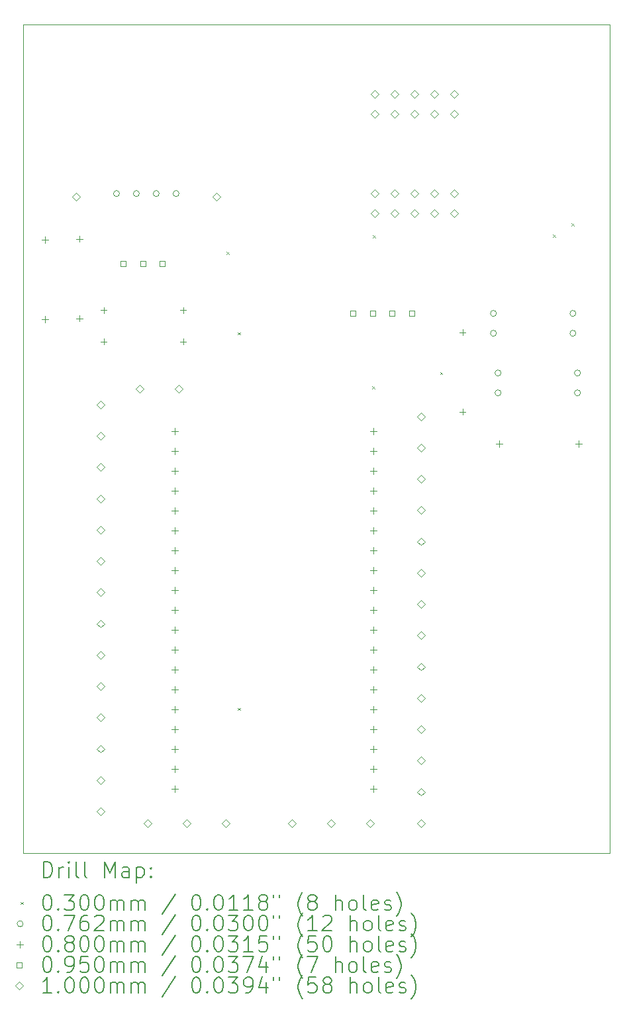
<source format=gbr>
%TF.GenerationSoftware,KiCad,Pcbnew,8.0.3*%
%TF.CreationDate,2025-07-28T20:13:37+02:00*%
%TF.ProjectId,DC_minni,44435f6d-696e-46e6-992e-6b696361645f,rev?*%
%TF.SameCoordinates,Original*%
%TF.FileFunction,Drillmap*%
%TF.FilePolarity,Positive*%
%FSLAX45Y45*%
G04 Gerber Fmt 4.5, Leading zero omitted, Abs format (unit mm)*
G04 Created by KiCad (PCBNEW 8.0.3) date 2025-07-28 20:13:37*
%MOMM*%
%LPD*%
G01*
G04 APERTURE LIST*
%ADD10C,0.038100*%
%ADD11C,0.200000*%
%ADD12C,0.100000*%
G04 APERTURE END LIST*
D10*
X27265000Y-7490000D02*
X19762500Y-7490000D01*
X27265000Y-18080000D02*
X27265000Y-7490000D01*
X19762500Y-18080000D02*
X27265000Y-18080000D01*
X19762500Y-7490000D02*
X19762500Y-18080000D01*
D11*
D12*
X22365000Y-10395000D02*
X22395000Y-10425000D01*
X22395000Y-10395000D02*
X22365000Y-10425000D01*
X22505000Y-11425000D02*
X22535000Y-11455000D01*
X22535000Y-11425000D02*
X22505000Y-11455000D01*
X22505000Y-16225000D02*
X22535000Y-16255000D01*
X22535000Y-16225000D02*
X22505000Y-16255000D01*
X24225000Y-12115000D02*
X24255000Y-12145000D01*
X24255000Y-12115000D02*
X24225000Y-12145000D01*
X24235000Y-10185000D02*
X24265000Y-10215000D01*
X24265000Y-10185000D02*
X24235000Y-10215000D01*
X25095000Y-11935000D02*
X25125000Y-11965000D01*
X25125000Y-11935000D02*
X25095000Y-11965000D01*
X26535000Y-10175000D02*
X26565000Y-10205000D01*
X26565000Y-10175000D02*
X26535000Y-10205000D01*
X26775000Y-10035000D02*
X26805000Y-10065000D01*
X26805000Y-10035000D02*
X26775000Y-10065000D01*
X20993100Y-9652000D02*
G75*
G02*
X20916900Y-9652000I-38100J0D01*
G01*
X20916900Y-9652000D02*
G75*
G02*
X20993100Y-9652000I38100J0D01*
G01*
X21247100Y-9652000D02*
G75*
G02*
X21170900Y-9652000I-38100J0D01*
G01*
X21170900Y-9652000D02*
G75*
G02*
X21247100Y-9652000I38100J0D01*
G01*
X21501100Y-9652000D02*
G75*
G02*
X21424900Y-9652000I-38100J0D01*
G01*
X21424900Y-9652000D02*
G75*
G02*
X21501100Y-9652000I38100J0D01*
G01*
X21755100Y-9652000D02*
G75*
G02*
X21678900Y-9652000I-38100J0D01*
G01*
X21678900Y-9652000D02*
G75*
G02*
X21755100Y-9652000I38100J0D01*
G01*
X25813100Y-11184000D02*
G75*
G02*
X25736900Y-11184000I-38100J0D01*
G01*
X25736900Y-11184000D02*
G75*
G02*
X25813100Y-11184000I38100J0D01*
G01*
X25813100Y-11438000D02*
G75*
G02*
X25736900Y-11438000I-38100J0D01*
G01*
X25736900Y-11438000D02*
G75*
G02*
X25813100Y-11438000I38100J0D01*
G01*
X25872100Y-11946000D02*
G75*
G02*
X25795900Y-11946000I-38100J0D01*
G01*
X25795900Y-11946000D02*
G75*
G02*
X25872100Y-11946000I38100J0D01*
G01*
X25872100Y-12200000D02*
G75*
G02*
X25795900Y-12200000I-38100J0D01*
G01*
X25795900Y-12200000D02*
G75*
G02*
X25872100Y-12200000I38100J0D01*
G01*
X26829100Y-11184000D02*
G75*
G02*
X26752900Y-11184000I-38100J0D01*
G01*
X26752900Y-11184000D02*
G75*
G02*
X26829100Y-11184000I38100J0D01*
G01*
X26829100Y-11438000D02*
G75*
G02*
X26752900Y-11438000I-38100J0D01*
G01*
X26752900Y-11438000D02*
G75*
G02*
X26829100Y-11438000I38100J0D01*
G01*
X26888100Y-11946000D02*
G75*
G02*
X26811900Y-11946000I-38100J0D01*
G01*
X26811900Y-11946000D02*
G75*
G02*
X26888100Y-11946000I38100J0D01*
G01*
X26888100Y-12200000D02*
G75*
G02*
X26811900Y-12200000I-38100J0D01*
G01*
X26811900Y-12200000D02*
G75*
G02*
X26888100Y-12200000I38100J0D01*
G01*
X20040000Y-10202000D02*
X20040000Y-10282000D01*
X20000000Y-10242000D02*
X20080000Y-10242000D01*
X20040000Y-11218000D02*
X20040000Y-11298000D01*
X20000000Y-11258000D02*
X20080000Y-11258000D01*
X20480000Y-10192000D02*
X20480000Y-10272000D01*
X20440000Y-10232000D02*
X20520000Y-10232000D01*
X20480000Y-11208000D02*
X20480000Y-11288000D01*
X20440000Y-11248000D02*
X20520000Y-11248000D01*
X20792000Y-11104000D02*
X20792000Y-11184000D01*
X20752000Y-11144000D02*
X20832000Y-11144000D01*
X20792000Y-11504000D02*
X20792000Y-11584000D01*
X20752000Y-11544000D02*
X20832000Y-11544000D01*
X21700000Y-12650000D02*
X21700000Y-12730000D01*
X21660000Y-12690000D02*
X21740000Y-12690000D01*
X21700000Y-12904000D02*
X21700000Y-12984000D01*
X21660000Y-12944000D02*
X21740000Y-12944000D01*
X21700000Y-13158000D02*
X21700000Y-13238000D01*
X21660000Y-13198000D02*
X21740000Y-13198000D01*
X21700000Y-13412000D02*
X21700000Y-13492000D01*
X21660000Y-13452000D02*
X21740000Y-13452000D01*
X21700000Y-13666000D02*
X21700000Y-13746000D01*
X21660000Y-13706000D02*
X21740000Y-13706000D01*
X21700000Y-13920000D02*
X21700000Y-14000000D01*
X21660000Y-13960000D02*
X21740000Y-13960000D01*
X21700000Y-14174000D02*
X21700000Y-14254000D01*
X21660000Y-14214000D02*
X21740000Y-14214000D01*
X21700000Y-14428000D02*
X21700000Y-14508000D01*
X21660000Y-14468000D02*
X21740000Y-14468000D01*
X21700000Y-14682000D02*
X21700000Y-14762000D01*
X21660000Y-14722000D02*
X21740000Y-14722000D01*
X21700000Y-14936000D02*
X21700000Y-15016000D01*
X21660000Y-14976000D02*
X21740000Y-14976000D01*
X21700000Y-15190000D02*
X21700000Y-15270000D01*
X21660000Y-15230000D02*
X21740000Y-15230000D01*
X21700000Y-15444000D02*
X21700000Y-15524000D01*
X21660000Y-15484000D02*
X21740000Y-15484000D01*
X21700000Y-15698000D02*
X21700000Y-15778000D01*
X21660000Y-15738000D02*
X21740000Y-15738000D01*
X21700000Y-15952000D02*
X21700000Y-16032000D01*
X21660000Y-15992000D02*
X21740000Y-15992000D01*
X21700000Y-16206000D02*
X21700000Y-16286000D01*
X21660000Y-16246000D02*
X21740000Y-16246000D01*
X21700000Y-16460000D02*
X21700000Y-16540000D01*
X21660000Y-16500000D02*
X21740000Y-16500000D01*
X21700000Y-16714000D02*
X21700000Y-16794000D01*
X21660000Y-16754000D02*
X21740000Y-16754000D01*
X21700000Y-16968000D02*
X21700000Y-17048000D01*
X21660000Y-17008000D02*
X21740000Y-17008000D01*
X21700000Y-17222000D02*
X21700000Y-17302000D01*
X21660000Y-17262000D02*
X21740000Y-17262000D01*
X21808000Y-11104000D02*
X21808000Y-11184000D01*
X21768000Y-11144000D02*
X21848000Y-11144000D01*
X21808000Y-11504000D02*
X21808000Y-11584000D01*
X21768000Y-11544000D02*
X21848000Y-11544000D01*
X24239632Y-16967728D02*
X24239632Y-17047728D01*
X24199632Y-17007728D02*
X24279632Y-17007728D01*
X24239632Y-17221728D02*
X24239632Y-17301728D01*
X24199632Y-17261728D02*
X24279632Y-17261728D01*
X24240000Y-12650000D02*
X24240000Y-12730000D01*
X24200000Y-12690000D02*
X24280000Y-12690000D01*
X24240000Y-12904000D02*
X24240000Y-12984000D01*
X24200000Y-12944000D02*
X24280000Y-12944000D01*
X24240000Y-13158000D02*
X24240000Y-13238000D01*
X24200000Y-13198000D02*
X24280000Y-13198000D01*
X24240000Y-13412000D02*
X24240000Y-13492000D01*
X24200000Y-13452000D02*
X24280000Y-13452000D01*
X24240000Y-13666000D02*
X24240000Y-13746000D01*
X24200000Y-13706000D02*
X24280000Y-13706000D01*
X24240000Y-13920000D02*
X24240000Y-14000000D01*
X24200000Y-13960000D02*
X24280000Y-13960000D01*
X24240000Y-14174000D02*
X24240000Y-14254000D01*
X24200000Y-14214000D02*
X24280000Y-14214000D01*
X24240000Y-14428000D02*
X24240000Y-14508000D01*
X24200000Y-14468000D02*
X24280000Y-14468000D01*
X24240000Y-14682000D02*
X24240000Y-14762000D01*
X24200000Y-14722000D02*
X24280000Y-14722000D01*
X24240000Y-14936000D02*
X24240000Y-15016000D01*
X24200000Y-14976000D02*
X24280000Y-14976000D01*
X24240000Y-15190000D02*
X24240000Y-15270000D01*
X24200000Y-15230000D02*
X24280000Y-15230000D01*
X24240000Y-15444000D02*
X24240000Y-15524000D01*
X24200000Y-15484000D02*
X24280000Y-15484000D01*
X24240000Y-15698000D02*
X24240000Y-15778000D01*
X24200000Y-15738000D02*
X24280000Y-15738000D01*
X24240000Y-15952000D02*
X24240000Y-16032000D01*
X24200000Y-15992000D02*
X24280000Y-15992000D01*
X24240000Y-16206000D02*
X24240000Y-16286000D01*
X24200000Y-16246000D02*
X24280000Y-16246000D01*
X24240000Y-16460000D02*
X24240000Y-16540000D01*
X24200000Y-16500000D02*
X24280000Y-16500000D01*
X24240000Y-16714000D02*
X24240000Y-16794000D01*
X24200000Y-16754000D02*
X24280000Y-16754000D01*
X25380000Y-11384000D02*
X25380000Y-11464000D01*
X25340000Y-11424000D02*
X25420000Y-11424000D01*
X25380000Y-12400000D02*
X25380000Y-12480000D01*
X25340000Y-12440000D02*
X25420000Y-12440000D01*
X25850000Y-12810000D02*
X25850000Y-12890000D01*
X25810000Y-12850000D02*
X25890000Y-12850000D01*
X26866000Y-12810000D02*
X26866000Y-12890000D01*
X26826000Y-12850000D02*
X26906000Y-12850000D01*
X21075588Y-10577588D02*
X21075588Y-10510412D01*
X21008412Y-10510412D01*
X21008412Y-10577588D01*
X21075588Y-10577588D01*
X21325588Y-10577588D02*
X21325588Y-10510412D01*
X21258412Y-10510412D01*
X21258412Y-10577588D01*
X21325588Y-10577588D01*
X21575588Y-10577588D02*
X21575588Y-10510412D01*
X21508412Y-10510412D01*
X21508412Y-10577588D01*
X21575588Y-10577588D01*
X24013588Y-11213588D02*
X24013588Y-11146412D01*
X23946412Y-11146412D01*
X23946412Y-11213588D01*
X24013588Y-11213588D01*
X24263588Y-11213588D02*
X24263588Y-11146412D01*
X24196412Y-11146412D01*
X24196412Y-11213588D01*
X24263588Y-11213588D01*
X24513588Y-11213588D02*
X24513588Y-11146412D01*
X24446412Y-11146412D01*
X24446412Y-11213588D01*
X24513588Y-11213588D01*
X24763588Y-11213588D02*
X24763588Y-11146412D01*
X24696412Y-11146412D01*
X24696412Y-11213588D01*
X24763588Y-11213588D01*
X20436000Y-9744000D02*
X20486000Y-9694000D01*
X20436000Y-9644000D01*
X20386000Y-9694000D01*
X20436000Y-9744000D01*
X20750000Y-12400000D02*
X20800000Y-12350000D01*
X20750000Y-12300000D01*
X20700000Y-12350000D01*
X20750000Y-12400000D01*
X20750000Y-12800000D02*
X20800000Y-12750000D01*
X20750000Y-12700000D01*
X20700000Y-12750000D01*
X20750000Y-12800000D01*
X20750000Y-13200000D02*
X20800000Y-13150000D01*
X20750000Y-13100000D01*
X20700000Y-13150000D01*
X20750000Y-13200000D01*
X20750000Y-13600000D02*
X20800000Y-13550000D01*
X20750000Y-13500000D01*
X20700000Y-13550000D01*
X20750000Y-13600000D01*
X20750000Y-14000000D02*
X20800000Y-13950000D01*
X20750000Y-13900000D01*
X20700000Y-13950000D01*
X20750000Y-14000000D01*
X20750000Y-14400000D02*
X20800000Y-14350000D01*
X20750000Y-14300000D01*
X20700000Y-14350000D01*
X20750000Y-14400000D01*
X20750000Y-14800000D02*
X20800000Y-14750000D01*
X20750000Y-14700000D01*
X20700000Y-14750000D01*
X20750000Y-14800000D01*
X20750000Y-15200000D02*
X20800000Y-15150000D01*
X20750000Y-15100000D01*
X20700000Y-15150000D01*
X20750000Y-15200000D01*
X20750000Y-15600000D02*
X20800000Y-15550000D01*
X20750000Y-15500000D01*
X20700000Y-15550000D01*
X20750000Y-15600000D01*
X20750000Y-16000000D02*
X20800000Y-15950000D01*
X20750000Y-15900000D01*
X20700000Y-15950000D01*
X20750000Y-16000000D01*
X20750000Y-16400000D02*
X20800000Y-16350000D01*
X20750000Y-16300000D01*
X20700000Y-16350000D01*
X20750000Y-16400000D01*
X20750000Y-16800000D02*
X20800000Y-16750000D01*
X20750000Y-16700000D01*
X20700000Y-16750000D01*
X20750000Y-16800000D01*
X20750000Y-17200000D02*
X20800000Y-17150000D01*
X20750000Y-17100000D01*
X20700000Y-17150000D01*
X20750000Y-17200000D01*
X20750000Y-17600000D02*
X20800000Y-17550000D01*
X20750000Y-17500000D01*
X20700000Y-17550000D01*
X20750000Y-17600000D01*
X21250000Y-12200000D02*
X21300000Y-12150000D01*
X21250000Y-12100000D01*
X21200000Y-12150000D01*
X21250000Y-12200000D01*
X21350000Y-17750000D02*
X21400000Y-17700000D01*
X21350000Y-17650000D01*
X21300000Y-17700000D01*
X21350000Y-17750000D01*
X21750000Y-12200000D02*
X21800000Y-12150000D01*
X21750000Y-12100000D01*
X21700000Y-12150000D01*
X21750000Y-12200000D01*
X21850000Y-17750000D02*
X21900000Y-17700000D01*
X21850000Y-17650000D01*
X21800000Y-17700000D01*
X21850000Y-17750000D01*
X22236000Y-9744000D02*
X22286000Y-9694000D01*
X22236000Y-9644000D01*
X22186000Y-9694000D01*
X22236000Y-9744000D01*
X22350000Y-17750000D02*
X22400000Y-17700000D01*
X22350000Y-17650000D01*
X22300000Y-17700000D01*
X22350000Y-17750000D01*
X23200000Y-17750000D02*
X23250000Y-17700000D01*
X23200000Y-17650000D01*
X23150000Y-17700000D01*
X23200000Y-17750000D01*
X23700000Y-17750000D02*
X23750000Y-17700000D01*
X23700000Y-17650000D01*
X23650000Y-17700000D01*
X23700000Y-17750000D01*
X24200000Y-17750000D02*
X24250000Y-17700000D01*
X24200000Y-17650000D01*
X24150000Y-17700000D01*
X24200000Y-17750000D01*
X24257000Y-8432000D02*
X24307000Y-8382000D01*
X24257000Y-8332000D01*
X24207000Y-8382000D01*
X24257000Y-8432000D01*
X24257000Y-8686000D02*
X24307000Y-8636000D01*
X24257000Y-8586000D01*
X24207000Y-8636000D01*
X24257000Y-8686000D01*
X24257000Y-9702000D02*
X24307000Y-9652000D01*
X24257000Y-9602000D01*
X24207000Y-9652000D01*
X24257000Y-9702000D01*
X24257000Y-9956000D02*
X24307000Y-9906000D01*
X24257000Y-9856000D01*
X24207000Y-9906000D01*
X24257000Y-9956000D01*
X24511000Y-8432000D02*
X24561000Y-8382000D01*
X24511000Y-8332000D01*
X24461000Y-8382000D01*
X24511000Y-8432000D01*
X24511000Y-8686000D02*
X24561000Y-8636000D01*
X24511000Y-8586000D01*
X24461000Y-8636000D01*
X24511000Y-8686000D01*
X24511000Y-9702000D02*
X24561000Y-9652000D01*
X24511000Y-9602000D01*
X24461000Y-9652000D01*
X24511000Y-9702000D01*
X24511000Y-9956000D02*
X24561000Y-9906000D01*
X24511000Y-9856000D01*
X24461000Y-9906000D01*
X24511000Y-9956000D01*
X24765000Y-8432000D02*
X24815000Y-8382000D01*
X24765000Y-8332000D01*
X24715000Y-8382000D01*
X24765000Y-8432000D01*
X24765000Y-8686000D02*
X24815000Y-8636000D01*
X24765000Y-8586000D01*
X24715000Y-8636000D01*
X24765000Y-8686000D01*
X24765000Y-9702000D02*
X24815000Y-9652000D01*
X24765000Y-9602000D01*
X24715000Y-9652000D01*
X24765000Y-9702000D01*
X24765000Y-9956000D02*
X24815000Y-9906000D01*
X24765000Y-9856000D01*
X24715000Y-9906000D01*
X24765000Y-9956000D01*
X24850000Y-12550000D02*
X24900000Y-12500000D01*
X24850000Y-12450000D01*
X24800000Y-12500000D01*
X24850000Y-12550000D01*
X24850000Y-12950000D02*
X24900000Y-12900000D01*
X24850000Y-12850000D01*
X24800000Y-12900000D01*
X24850000Y-12950000D01*
X24850000Y-13350000D02*
X24900000Y-13300000D01*
X24850000Y-13250000D01*
X24800000Y-13300000D01*
X24850000Y-13350000D01*
X24850000Y-13750000D02*
X24900000Y-13700000D01*
X24850000Y-13650000D01*
X24800000Y-13700000D01*
X24850000Y-13750000D01*
X24850000Y-14150000D02*
X24900000Y-14100000D01*
X24850000Y-14050000D01*
X24800000Y-14100000D01*
X24850000Y-14150000D01*
X24850000Y-14550000D02*
X24900000Y-14500000D01*
X24850000Y-14450000D01*
X24800000Y-14500000D01*
X24850000Y-14550000D01*
X24850000Y-14950000D02*
X24900000Y-14900000D01*
X24850000Y-14850000D01*
X24800000Y-14900000D01*
X24850000Y-14950000D01*
X24850000Y-15350000D02*
X24900000Y-15300000D01*
X24850000Y-15250000D01*
X24800000Y-15300000D01*
X24850000Y-15350000D01*
X24850000Y-15750000D02*
X24900000Y-15700000D01*
X24850000Y-15650000D01*
X24800000Y-15700000D01*
X24850000Y-15750000D01*
X24850000Y-16150000D02*
X24900000Y-16100000D01*
X24850000Y-16050000D01*
X24800000Y-16100000D01*
X24850000Y-16150000D01*
X24850000Y-16550000D02*
X24900000Y-16500000D01*
X24850000Y-16450000D01*
X24800000Y-16500000D01*
X24850000Y-16550000D01*
X24850000Y-16950000D02*
X24900000Y-16900000D01*
X24850000Y-16850000D01*
X24800000Y-16900000D01*
X24850000Y-16950000D01*
X24850000Y-17350000D02*
X24900000Y-17300000D01*
X24850000Y-17250000D01*
X24800000Y-17300000D01*
X24850000Y-17350000D01*
X24850000Y-17750000D02*
X24900000Y-17700000D01*
X24850000Y-17650000D01*
X24800000Y-17700000D01*
X24850000Y-17750000D01*
X25019000Y-8432000D02*
X25069000Y-8382000D01*
X25019000Y-8332000D01*
X24969000Y-8382000D01*
X25019000Y-8432000D01*
X25019000Y-8686000D02*
X25069000Y-8636000D01*
X25019000Y-8586000D01*
X24969000Y-8636000D01*
X25019000Y-8686000D01*
X25019000Y-9702000D02*
X25069000Y-9652000D01*
X25019000Y-9602000D01*
X24969000Y-9652000D01*
X25019000Y-9702000D01*
X25019000Y-9956000D02*
X25069000Y-9906000D01*
X25019000Y-9856000D01*
X24969000Y-9906000D01*
X25019000Y-9956000D01*
X25273000Y-8432000D02*
X25323000Y-8382000D01*
X25273000Y-8332000D01*
X25223000Y-8382000D01*
X25273000Y-8432000D01*
X25273000Y-8686000D02*
X25323000Y-8636000D01*
X25273000Y-8586000D01*
X25223000Y-8636000D01*
X25273000Y-8686000D01*
X25273000Y-9702000D02*
X25323000Y-9652000D01*
X25273000Y-9602000D01*
X25223000Y-9652000D01*
X25273000Y-9702000D01*
X25273000Y-9956000D02*
X25323000Y-9906000D01*
X25273000Y-9856000D01*
X25223000Y-9906000D01*
X25273000Y-9956000D01*
D11*
X20021372Y-18393389D02*
X20021372Y-18193389D01*
X20021372Y-18193389D02*
X20068991Y-18193389D01*
X20068991Y-18193389D02*
X20097562Y-18202913D01*
X20097562Y-18202913D02*
X20116610Y-18221960D01*
X20116610Y-18221960D02*
X20126134Y-18241008D01*
X20126134Y-18241008D02*
X20135658Y-18279103D01*
X20135658Y-18279103D02*
X20135658Y-18307675D01*
X20135658Y-18307675D02*
X20126134Y-18345770D01*
X20126134Y-18345770D02*
X20116610Y-18364817D01*
X20116610Y-18364817D02*
X20097562Y-18383865D01*
X20097562Y-18383865D02*
X20068991Y-18393389D01*
X20068991Y-18393389D02*
X20021372Y-18393389D01*
X20221372Y-18393389D02*
X20221372Y-18260055D01*
X20221372Y-18298151D02*
X20230896Y-18279103D01*
X20230896Y-18279103D02*
X20240419Y-18269579D01*
X20240419Y-18269579D02*
X20259467Y-18260055D01*
X20259467Y-18260055D02*
X20278515Y-18260055D01*
X20345181Y-18393389D02*
X20345181Y-18260055D01*
X20345181Y-18193389D02*
X20335658Y-18202913D01*
X20335658Y-18202913D02*
X20345181Y-18212436D01*
X20345181Y-18212436D02*
X20354705Y-18202913D01*
X20354705Y-18202913D02*
X20345181Y-18193389D01*
X20345181Y-18193389D02*
X20345181Y-18212436D01*
X20468991Y-18393389D02*
X20449943Y-18383865D01*
X20449943Y-18383865D02*
X20440419Y-18364817D01*
X20440419Y-18364817D02*
X20440419Y-18193389D01*
X20573753Y-18393389D02*
X20554705Y-18383865D01*
X20554705Y-18383865D02*
X20545181Y-18364817D01*
X20545181Y-18364817D02*
X20545181Y-18193389D01*
X20802324Y-18393389D02*
X20802324Y-18193389D01*
X20802324Y-18193389D02*
X20868991Y-18336246D01*
X20868991Y-18336246D02*
X20935658Y-18193389D01*
X20935658Y-18193389D02*
X20935658Y-18393389D01*
X21116610Y-18393389D02*
X21116610Y-18288627D01*
X21116610Y-18288627D02*
X21107086Y-18269579D01*
X21107086Y-18269579D02*
X21088039Y-18260055D01*
X21088039Y-18260055D02*
X21049943Y-18260055D01*
X21049943Y-18260055D02*
X21030896Y-18269579D01*
X21116610Y-18383865D02*
X21097562Y-18393389D01*
X21097562Y-18393389D02*
X21049943Y-18393389D01*
X21049943Y-18393389D02*
X21030896Y-18383865D01*
X21030896Y-18383865D02*
X21021372Y-18364817D01*
X21021372Y-18364817D02*
X21021372Y-18345770D01*
X21021372Y-18345770D02*
X21030896Y-18326722D01*
X21030896Y-18326722D02*
X21049943Y-18317198D01*
X21049943Y-18317198D02*
X21097562Y-18317198D01*
X21097562Y-18317198D02*
X21116610Y-18307675D01*
X21211848Y-18260055D02*
X21211848Y-18460055D01*
X21211848Y-18269579D02*
X21230896Y-18260055D01*
X21230896Y-18260055D02*
X21268991Y-18260055D01*
X21268991Y-18260055D02*
X21288039Y-18269579D01*
X21288039Y-18269579D02*
X21297562Y-18279103D01*
X21297562Y-18279103D02*
X21307086Y-18298151D01*
X21307086Y-18298151D02*
X21307086Y-18355294D01*
X21307086Y-18355294D02*
X21297562Y-18374341D01*
X21297562Y-18374341D02*
X21288039Y-18383865D01*
X21288039Y-18383865D02*
X21268991Y-18393389D01*
X21268991Y-18393389D02*
X21230896Y-18393389D01*
X21230896Y-18393389D02*
X21211848Y-18383865D01*
X21392800Y-18374341D02*
X21402324Y-18383865D01*
X21402324Y-18383865D02*
X21392800Y-18393389D01*
X21392800Y-18393389D02*
X21383277Y-18383865D01*
X21383277Y-18383865D02*
X21392800Y-18374341D01*
X21392800Y-18374341D02*
X21392800Y-18393389D01*
X21392800Y-18269579D02*
X21402324Y-18279103D01*
X21402324Y-18279103D02*
X21392800Y-18288627D01*
X21392800Y-18288627D02*
X21383277Y-18279103D01*
X21383277Y-18279103D02*
X21392800Y-18269579D01*
X21392800Y-18269579D02*
X21392800Y-18288627D01*
D12*
X19730595Y-18706905D02*
X19760595Y-18736905D01*
X19760595Y-18706905D02*
X19730595Y-18736905D01*
D11*
X20059467Y-18613389D02*
X20078515Y-18613389D01*
X20078515Y-18613389D02*
X20097562Y-18622913D01*
X20097562Y-18622913D02*
X20107086Y-18632436D01*
X20107086Y-18632436D02*
X20116610Y-18651484D01*
X20116610Y-18651484D02*
X20126134Y-18689579D01*
X20126134Y-18689579D02*
X20126134Y-18737198D01*
X20126134Y-18737198D02*
X20116610Y-18775294D01*
X20116610Y-18775294D02*
X20107086Y-18794341D01*
X20107086Y-18794341D02*
X20097562Y-18803865D01*
X20097562Y-18803865D02*
X20078515Y-18813389D01*
X20078515Y-18813389D02*
X20059467Y-18813389D01*
X20059467Y-18813389D02*
X20040419Y-18803865D01*
X20040419Y-18803865D02*
X20030896Y-18794341D01*
X20030896Y-18794341D02*
X20021372Y-18775294D01*
X20021372Y-18775294D02*
X20011848Y-18737198D01*
X20011848Y-18737198D02*
X20011848Y-18689579D01*
X20011848Y-18689579D02*
X20021372Y-18651484D01*
X20021372Y-18651484D02*
X20030896Y-18632436D01*
X20030896Y-18632436D02*
X20040419Y-18622913D01*
X20040419Y-18622913D02*
X20059467Y-18613389D01*
X20211848Y-18794341D02*
X20221372Y-18803865D01*
X20221372Y-18803865D02*
X20211848Y-18813389D01*
X20211848Y-18813389D02*
X20202324Y-18803865D01*
X20202324Y-18803865D02*
X20211848Y-18794341D01*
X20211848Y-18794341D02*
X20211848Y-18813389D01*
X20288039Y-18613389D02*
X20411848Y-18613389D01*
X20411848Y-18613389D02*
X20345181Y-18689579D01*
X20345181Y-18689579D02*
X20373753Y-18689579D01*
X20373753Y-18689579D02*
X20392800Y-18699103D01*
X20392800Y-18699103D02*
X20402324Y-18708627D01*
X20402324Y-18708627D02*
X20411848Y-18727675D01*
X20411848Y-18727675D02*
X20411848Y-18775294D01*
X20411848Y-18775294D02*
X20402324Y-18794341D01*
X20402324Y-18794341D02*
X20392800Y-18803865D01*
X20392800Y-18803865D02*
X20373753Y-18813389D01*
X20373753Y-18813389D02*
X20316610Y-18813389D01*
X20316610Y-18813389D02*
X20297562Y-18803865D01*
X20297562Y-18803865D02*
X20288039Y-18794341D01*
X20535658Y-18613389D02*
X20554705Y-18613389D01*
X20554705Y-18613389D02*
X20573753Y-18622913D01*
X20573753Y-18622913D02*
X20583277Y-18632436D01*
X20583277Y-18632436D02*
X20592800Y-18651484D01*
X20592800Y-18651484D02*
X20602324Y-18689579D01*
X20602324Y-18689579D02*
X20602324Y-18737198D01*
X20602324Y-18737198D02*
X20592800Y-18775294D01*
X20592800Y-18775294D02*
X20583277Y-18794341D01*
X20583277Y-18794341D02*
X20573753Y-18803865D01*
X20573753Y-18803865D02*
X20554705Y-18813389D01*
X20554705Y-18813389D02*
X20535658Y-18813389D01*
X20535658Y-18813389D02*
X20516610Y-18803865D01*
X20516610Y-18803865D02*
X20507086Y-18794341D01*
X20507086Y-18794341D02*
X20497562Y-18775294D01*
X20497562Y-18775294D02*
X20488039Y-18737198D01*
X20488039Y-18737198D02*
X20488039Y-18689579D01*
X20488039Y-18689579D02*
X20497562Y-18651484D01*
X20497562Y-18651484D02*
X20507086Y-18632436D01*
X20507086Y-18632436D02*
X20516610Y-18622913D01*
X20516610Y-18622913D02*
X20535658Y-18613389D01*
X20726134Y-18613389D02*
X20745181Y-18613389D01*
X20745181Y-18613389D02*
X20764229Y-18622913D01*
X20764229Y-18622913D02*
X20773753Y-18632436D01*
X20773753Y-18632436D02*
X20783277Y-18651484D01*
X20783277Y-18651484D02*
X20792800Y-18689579D01*
X20792800Y-18689579D02*
X20792800Y-18737198D01*
X20792800Y-18737198D02*
X20783277Y-18775294D01*
X20783277Y-18775294D02*
X20773753Y-18794341D01*
X20773753Y-18794341D02*
X20764229Y-18803865D01*
X20764229Y-18803865D02*
X20745181Y-18813389D01*
X20745181Y-18813389D02*
X20726134Y-18813389D01*
X20726134Y-18813389D02*
X20707086Y-18803865D01*
X20707086Y-18803865D02*
X20697562Y-18794341D01*
X20697562Y-18794341D02*
X20688039Y-18775294D01*
X20688039Y-18775294D02*
X20678515Y-18737198D01*
X20678515Y-18737198D02*
X20678515Y-18689579D01*
X20678515Y-18689579D02*
X20688039Y-18651484D01*
X20688039Y-18651484D02*
X20697562Y-18632436D01*
X20697562Y-18632436D02*
X20707086Y-18622913D01*
X20707086Y-18622913D02*
X20726134Y-18613389D01*
X20878515Y-18813389D02*
X20878515Y-18680055D01*
X20878515Y-18699103D02*
X20888039Y-18689579D01*
X20888039Y-18689579D02*
X20907086Y-18680055D01*
X20907086Y-18680055D02*
X20935658Y-18680055D01*
X20935658Y-18680055D02*
X20954705Y-18689579D01*
X20954705Y-18689579D02*
X20964229Y-18708627D01*
X20964229Y-18708627D02*
X20964229Y-18813389D01*
X20964229Y-18708627D02*
X20973753Y-18689579D01*
X20973753Y-18689579D02*
X20992800Y-18680055D01*
X20992800Y-18680055D02*
X21021372Y-18680055D01*
X21021372Y-18680055D02*
X21040420Y-18689579D01*
X21040420Y-18689579D02*
X21049943Y-18708627D01*
X21049943Y-18708627D02*
X21049943Y-18813389D01*
X21145181Y-18813389D02*
X21145181Y-18680055D01*
X21145181Y-18699103D02*
X21154705Y-18689579D01*
X21154705Y-18689579D02*
X21173753Y-18680055D01*
X21173753Y-18680055D02*
X21202324Y-18680055D01*
X21202324Y-18680055D02*
X21221372Y-18689579D01*
X21221372Y-18689579D02*
X21230896Y-18708627D01*
X21230896Y-18708627D02*
X21230896Y-18813389D01*
X21230896Y-18708627D02*
X21240420Y-18689579D01*
X21240420Y-18689579D02*
X21259467Y-18680055D01*
X21259467Y-18680055D02*
X21288039Y-18680055D01*
X21288039Y-18680055D02*
X21307086Y-18689579D01*
X21307086Y-18689579D02*
X21316610Y-18708627D01*
X21316610Y-18708627D02*
X21316610Y-18813389D01*
X21707086Y-18603865D02*
X21535658Y-18861008D01*
X21964229Y-18613389D02*
X21983277Y-18613389D01*
X21983277Y-18613389D02*
X22002324Y-18622913D01*
X22002324Y-18622913D02*
X22011848Y-18632436D01*
X22011848Y-18632436D02*
X22021372Y-18651484D01*
X22021372Y-18651484D02*
X22030896Y-18689579D01*
X22030896Y-18689579D02*
X22030896Y-18737198D01*
X22030896Y-18737198D02*
X22021372Y-18775294D01*
X22021372Y-18775294D02*
X22011848Y-18794341D01*
X22011848Y-18794341D02*
X22002324Y-18803865D01*
X22002324Y-18803865D02*
X21983277Y-18813389D01*
X21983277Y-18813389D02*
X21964229Y-18813389D01*
X21964229Y-18813389D02*
X21945182Y-18803865D01*
X21945182Y-18803865D02*
X21935658Y-18794341D01*
X21935658Y-18794341D02*
X21926134Y-18775294D01*
X21926134Y-18775294D02*
X21916610Y-18737198D01*
X21916610Y-18737198D02*
X21916610Y-18689579D01*
X21916610Y-18689579D02*
X21926134Y-18651484D01*
X21926134Y-18651484D02*
X21935658Y-18632436D01*
X21935658Y-18632436D02*
X21945182Y-18622913D01*
X21945182Y-18622913D02*
X21964229Y-18613389D01*
X22116610Y-18794341D02*
X22126134Y-18803865D01*
X22126134Y-18803865D02*
X22116610Y-18813389D01*
X22116610Y-18813389D02*
X22107086Y-18803865D01*
X22107086Y-18803865D02*
X22116610Y-18794341D01*
X22116610Y-18794341D02*
X22116610Y-18813389D01*
X22249943Y-18613389D02*
X22268991Y-18613389D01*
X22268991Y-18613389D02*
X22288039Y-18622913D01*
X22288039Y-18622913D02*
X22297563Y-18632436D01*
X22297563Y-18632436D02*
X22307086Y-18651484D01*
X22307086Y-18651484D02*
X22316610Y-18689579D01*
X22316610Y-18689579D02*
X22316610Y-18737198D01*
X22316610Y-18737198D02*
X22307086Y-18775294D01*
X22307086Y-18775294D02*
X22297563Y-18794341D01*
X22297563Y-18794341D02*
X22288039Y-18803865D01*
X22288039Y-18803865D02*
X22268991Y-18813389D01*
X22268991Y-18813389D02*
X22249943Y-18813389D01*
X22249943Y-18813389D02*
X22230896Y-18803865D01*
X22230896Y-18803865D02*
X22221372Y-18794341D01*
X22221372Y-18794341D02*
X22211848Y-18775294D01*
X22211848Y-18775294D02*
X22202324Y-18737198D01*
X22202324Y-18737198D02*
X22202324Y-18689579D01*
X22202324Y-18689579D02*
X22211848Y-18651484D01*
X22211848Y-18651484D02*
X22221372Y-18632436D01*
X22221372Y-18632436D02*
X22230896Y-18622913D01*
X22230896Y-18622913D02*
X22249943Y-18613389D01*
X22507086Y-18813389D02*
X22392801Y-18813389D01*
X22449943Y-18813389D02*
X22449943Y-18613389D01*
X22449943Y-18613389D02*
X22430896Y-18641960D01*
X22430896Y-18641960D02*
X22411848Y-18661008D01*
X22411848Y-18661008D02*
X22392801Y-18670532D01*
X22697562Y-18813389D02*
X22583277Y-18813389D01*
X22640420Y-18813389D02*
X22640420Y-18613389D01*
X22640420Y-18613389D02*
X22621372Y-18641960D01*
X22621372Y-18641960D02*
X22602324Y-18661008D01*
X22602324Y-18661008D02*
X22583277Y-18670532D01*
X22811848Y-18699103D02*
X22792801Y-18689579D01*
X22792801Y-18689579D02*
X22783277Y-18680055D01*
X22783277Y-18680055D02*
X22773753Y-18661008D01*
X22773753Y-18661008D02*
X22773753Y-18651484D01*
X22773753Y-18651484D02*
X22783277Y-18632436D01*
X22783277Y-18632436D02*
X22792801Y-18622913D01*
X22792801Y-18622913D02*
X22811848Y-18613389D01*
X22811848Y-18613389D02*
X22849943Y-18613389D01*
X22849943Y-18613389D02*
X22868991Y-18622913D01*
X22868991Y-18622913D02*
X22878515Y-18632436D01*
X22878515Y-18632436D02*
X22888039Y-18651484D01*
X22888039Y-18651484D02*
X22888039Y-18661008D01*
X22888039Y-18661008D02*
X22878515Y-18680055D01*
X22878515Y-18680055D02*
X22868991Y-18689579D01*
X22868991Y-18689579D02*
X22849943Y-18699103D01*
X22849943Y-18699103D02*
X22811848Y-18699103D01*
X22811848Y-18699103D02*
X22792801Y-18708627D01*
X22792801Y-18708627D02*
X22783277Y-18718151D01*
X22783277Y-18718151D02*
X22773753Y-18737198D01*
X22773753Y-18737198D02*
X22773753Y-18775294D01*
X22773753Y-18775294D02*
X22783277Y-18794341D01*
X22783277Y-18794341D02*
X22792801Y-18803865D01*
X22792801Y-18803865D02*
X22811848Y-18813389D01*
X22811848Y-18813389D02*
X22849943Y-18813389D01*
X22849943Y-18813389D02*
X22868991Y-18803865D01*
X22868991Y-18803865D02*
X22878515Y-18794341D01*
X22878515Y-18794341D02*
X22888039Y-18775294D01*
X22888039Y-18775294D02*
X22888039Y-18737198D01*
X22888039Y-18737198D02*
X22878515Y-18718151D01*
X22878515Y-18718151D02*
X22868991Y-18708627D01*
X22868991Y-18708627D02*
X22849943Y-18699103D01*
X22964229Y-18613389D02*
X22964229Y-18651484D01*
X23040420Y-18613389D02*
X23040420Y-18651484D01*
X23335658Y-18889579D02*
X23326134Y-18880055D01*
X23326134Y-18880055D02*
X23307086Y-18851484D01*
X23307086Y-18851484D02*
X23297563Y-18832436D01*
X23297563Y-18832436D02*
X23288039Y-18803865D01*
X23288039Y-18803865D02*
X23278515Y-18756246D01*
X23278515Y-18756246D02*
X23278515Y-18718151D01*
X23278515Y-18718151D02*
X23288039Y-18670532D01*
X23288039Y-18670532D02*
X23297563Y-18641960D01*
X23297563Y-18641960D02*
X23307086Y-18622913D01*
X23307086Y-18622913D02*
X23326134Y-18594341D01*
X23326134Y-18594341D02*
X23335658Y-18584817D01*
X23440420Y-18699103D02*
X23421372Y-18689579D01*
X23421372Y-18689579D02*
X23411848Y-18680055D01*
X23411848Y-18680055D02*
X23402324Y-18661008D01*
X23402324Y-18661008D02*
X23402324Y-18651484D01*
X23402324Y-18651484D02*
X23411848Y-18632436D01*
X23411848Y-18632436D02*
X23421372Y-18622913D01*
X23421372Y-18622913D02*
X23440420Y-18613389D01*
X23440420Y-18613389D02*
X23478515Y-18613389D01*
X23478515Y-18613389D02*
X23497563Y-18622913D01*
X23497563Y-18622913D02*
X23507086Y-18632436D01*
X23507086Y-18632436D02*
X23516610Y-18651484D01*
X23516610Y-18651484D02*
X23516610Y-18661008D01*
X23516610Y-18661008D02*
X23507086Y-18680055D01*
X23507086Y-18680055D02*
X23497563Y-18689579D01*
X23497563Y-18689579D02*
X23478515Y-18699103D01*
X23478515Y-18699103D02*
X23440420Y-18699103D01*
X23440420Y-18699103D02*
X23421372Y-18708627D01*
X23421372Y-18708627D02*
X23411848Y-18718151D01*
X23411848Y-18718151D02*
X23402324Y-18737198D01*
X23402324Y-18737198D02*
X23402324Y-18775294D01*
X23402324Y-18775294D02*
X23411848Y-18794341D01*
X23411848Y-18794341D02*
X23421372Y-18803865D01*
X23421372Y-18803865D02*
X23440420Y-18813389D01*
X23440420Y-18813389D02*
X23478515Y-18813389D01*
X23478515Y-18813389D02*
X23497563Y-18803865D01*
X23497563Y-18803865D02*
X23507086Y-18794341D01*
X23507086Y-18794341D02*
X23516610Y-18775294D01*
X23516610Y-18775294D02*
X23516610Y-18737198D01*
X23516610Y-18737198D02*
X23507086Y-18718151D01*
X23507086Y-18718151D02*
X23497563Y-18708627D01*
X23497563Y-18708627D02*
X23478515Y-18699103D01*
X23754705Y-18813389D02*
X23754705Y-18613389D01*
X23840420Y-18813389D02*
X23840420Y-18708627D01*
X23840420Y-18708627D02*
X23830896Y-18689579D01*
X23830896Y-18689579D02*
X23811848Y-18680055D01*
X23811848Y-18680055D02*
X23783277Y-18680055D01*
X23783277Y-18680055D02*
X23764229Y-18689579D01*
X23764229Y-18689579D02*
X23754705Y-18699103D01*
X23964229Y-18813389D02*
X23945182Y-18803865D01*
X23945182Y-18803865D02*
X23935658Y-18794341D01*
X23935658Y-18794341D02*
X23926134Y-18775294D01*
X23926134Y-18775294D02*
X23926134Y-18718151D01*
X23926134Y-18718151D02*
X23935658Y-18699103D01*
X23935658Y-18699103D02*
X23945182Y-18689579D01*
X23945182Y-18689579D02*
X23964229Y-18680055D01*
X23964229Y-18680055D02*
X23992801Y-18680055D01*
X23992801Y-18680055D02*
X24011848Y-18689579D01*
X24011848Y-18689579D02*
X24021372Y-18699103D01*
X24021372Y-18699103D02*
X24030896Y-18718151D01*
X24030896Y-18718151D02*
X24030896Y-18775294D01*
X24030896Y-18775294D02*
X24021372Y-18794341D01*
X24021372Y-18794341D02*
X24011848Y-18803865D01*
X24011848Y-18803865D02*
X23992801Y-18813389D01*
X23992801Y-18813389D02*
X23964229Y-18813389D01*
X24145182Y-18813389D02*
X24126134Y-18803865D01*
X24126134Y-18803865D02*
X24116610Y-18784817D01*
X24116610Y-18784817D02*
X24116610Y-18613389D01*
X24297563Y-18803865D02*
X24278515Y-18813389D01*
X24278515Y-18813389D02*
X24240420Y-18813389D01*
X24240420Y-18813389D02*
X24221372Y-18803865D01*
X24221372Y-18803865D02*
X24211848Y-18784817D01*
X24211848Y-18784817D02*
X24211848Y-18708627D01*
X24211848Y-18708627D02*
X24221372Y-18689579D01*
X24221372Y-18689579D02*
X24240420Y-18680055D01*
X24240420Y-18680055D02*
X24278515Y-18680055D01*
X24278515Y-18680055D02*
X24297563Y-18689579D01*
X24297563Y-18689579D02*
X24307086Y-18708627D01*
X24307086Y-18708627D02*
X24307086Y-18727675D01*
X24307086Y-18727675D02*
X24211848Y-18746722D01*
X24383277Y-18803865D02*
X24402325Y-18813389D01*
X24402325Y-18813389D02*
X24440420Y-18813389D01*
X24440420Y-18813389D02*
X24459467Y-18803865D01*
X24459467Y-18803865D02*
X24468991Y-18784817D01*
X24468991Y-18784817D02*
X24468991Y-18775294D01*
X24468991Y-18775294D02*
X24459467Y-18756246D01*
X24459467Y-18756246D02*
X24440420Y-18746722D01*
X24440420Y-18746722D02*
X24411848Y-18746722D01*
X24411848Y-18746722D02*
X24392801Y-18737198D01*
X24392801Y-18737198D02*
X24383277Y-18718151D01*
X24383277Y-18718151D02*
X24383277Y-18708627D01*
X24383277Y-18708627D02*
X24392801Y-18689579D01*
X24392801Y-18689579D02*
X24411848Y-18680055D01*
X24411848Y-18680055D02*
X24440420Y-18680055D01*
X24440420Y-18680055D02*
X24459467Y-18689579D01*
X24535658Y-18889579D02*
X24545182Y-18880055D01*
X24545182Y-18880055D02*
X24564229Y-18851484D01*
X24564229Y-18851484D02*
X24573753Y-18832436D01*
X24573753Y-18832436D02*
X24583277Y-18803865D01*
X24583277Y-18803865D02*
X24592801Y-18756246D01*
X24592801Y-18756246D02*
X24592801Y-18718151D01*
X24592801Y-18718151D02*
X24583277Y-18670532D01*
X24583277Y-18670532D02*
X24573753Y-18641960D01*
X24573753Y-18641960D02*
X24564229Y-18622913D01*
X24564229Y-18622913D02*
X24545182Y-18594341D01*
X24545182Y-18594341D02*
X24535658Y-18584817D01*
D12*
X19760595Y-18985905D02*
G75*
G02*
X19684395Y-18985905I-38100J0D01*
G01*
X19684395Y-18985905D02*
G75*
G02*
X19760595Y-18985905I38100J0D01*
G01*
D11*
X20059467Y-18877389D02*
X20078515Y-18877389D01*
X20078515Y-18877389D02*
X20097562Y-18886913D01*
X20097562Y-18886913D02*
X20107086Y-18896436D01*
X20107086Y-18896436D02*
X20116610Y-18915484D01*
X20116610Y-18915484D02*
X20126134Y-18953579D01*
X20126134Y-18953579D02*
X20126134Y-19001198D01*
X20126134Y-19001198D02*
X20116610Y-19039294D01*
X20116610Y-19039294D02*
X20107086Y-19058341D01*
X20107086Y-19058341D02*
X20097562Y-19067865D01*
X20097562Y-19067865D02*
X20078515Y-19077389D01*
X20078515Y-19077389D02*
X20059467Y-19077389D01*
X20059467Y-19077389D02*
X20040419Y-19067865D01*
X20040419Y-19067865D02*
X20030896Y-19058341D01*
X20030896Y-19058341D02*
X20021372Y-19039294D01*
X20021372Y-19039294D02*
X20011848Y-19001198D01*
X20011848Y-19001198D02*
X20011848Y-18953579D01*
X20011848Y-18953579D02*
X20021372Y-18915484D01*
X20021372Y-18915484D02*
X20030896Y-18896436D01*
X20030896Y-18896436D02*
X20040419Y-18886913D01*
X20040419Y-18886913D02*
X20059467Y-18877389D01*
X20211848Y-19058341D02*
X20221372Y-19067865D01*
X20221372Y-19067865D02*
X20211848Y-19077389D01*
X20211848Y-19077389D02*
X20202324Y-19067865D01*
X20202324Y-19067865D02*
X20211848Y-19058341D01*
X20211848Y-19058341D02*
X20211848Y-19077389D01*
X20288039Y-18877389D02*
X20421372Y-18877389D01*
X20421372Y-18877389D02*
X20335658Y-19077389D01*
X20583277Y-18877389D02*
X20545181Y-18877389D01*
X20545181Y-18877389D02*
X20526134Y-18886913D01*
X20526134Y-18886913D02*
X20516610Y-18896436D01*
X20516610Y-18896436D02*
X20497562Y-18925008D01*
X20497562Y-18925008D02*
X20488039Y-18963103D01*
X20488039Y-18963103D02*
X20488039Y-19039294D01*
X20488039Y-19039294D02*
X20497562Y-19058341D01*
X20497562Y-19058341D02*
X20507086Y-19067865D01*
X20507086Y-19067865D02*
X20526134Y-19077389D01*
X20526134Y-19077389D02*
X20564229Y-19077389D01*
X20564229Y-19077389D02*
X20583277Y-19067865D01*
X20583277Y-19067865D02*
X20592800Y-19058341D01*
X20592800Y-19058341D02*
X20602324Y-19039294D01*
X20602324Y-19039294D02*
X20602324Y-18991675D01*
X20602324Y-18991675D02*
X20592800Y-18972627D01*
X20592800Y-18972627D02*
X20583277Y-18963103D01*
X20583277Y-18963103D02*
X20564229Y-18953579D01*
X20564229Y-18953579D02*
X20526134Y-18953579D01*
X20526134Y-18953579D02*
X20507086Y-18963103D01*
X20507086Y-18963103D02*
X20497562Y-18972627D01*
X20497562Y-18972627D02*
X20488039Y-18991675D01*
X20678515Y-18896436D02*
X20688039Y-18886913D01*
X20688039Y-18886913D02*
X20707086Y-18877389D01*
X20707086Y-18877389D02*
X20754705Y-18877389D01*
X20754705Y-18877389D02*
X20773753Y-18886913D01*
X20773753Y-18886913D02*
X20783277Y-18896436D01*
X20783277Y-18896436D02*
X20792800Y-18915484D01*
X20792800Y-18915484D02*
X20792800Y-18934532D01*
X20792800Y-18934532D02*
X20783277Y-18963103D01*
X20783277Y-18963103D02*
X20668991Y-19077389D01*
X20668991Y-19077389D02*
X20792800Y-19077389D01*
X20878515Y-19077389D02*
X20878515Y-18944055D01*
X20878515Y-18963103D02*
X20888039Y-18953579D01*
X20888039Y-18953579D02*
X20907086Y-18944055D01*
X20907086Y-18944055D02*
X20935658Y-18944055D01*
X20935658Y-18944055D02*
X20954705Y-18953579D01*
X20954705Y-18953579D02*
X20964229Y-18972627D01*
X20964229Y-18972627D02*
X20964229Y-19077389D01*
X20964229Y-18972627D02*
X20973753Y-18953579D01*
X20973753Y-18953579D02*
X20992800Y-18944055D01*
X20992800Y-18944055D02*
X21021372Y-18944055D01*
X21021372Y-18944055D02*
X21040420Y-18953579D01*
X21040420Y-18953579D02*
X21049943Y-18972627D01*
X21049943Y-18972627D02*
X21049943Y-19077389D01*
X21145181Y-19077389D02*
X21145181Y-18944055D01*
X21145181Y-18963103D02*
X21154705Y-18953579D01*
X21154705Y-18953579D02*
X21173753Y-18944055D01*
X21173753Y-18944055D02*
X21202324Y-18944055D01*
X21202324Y-18944055D02*
X21221372Y-18953579D01*
X21221372Y-18953579D02*
X21230896Y-18972627D01*
X21230896Y-18972627D02*
X21230896Y-19077389D01*
X21230896Y-18972627D02*
X21240420Y-18953579D01*
X21240420Y-18953579D02*
X21259467Y-18944055D01*
X21259467Y-18944055D02*
X21288039Y-18944055D01*
X21288039Y-18944055D02*
X21307086Y-18953579D01*
X21307086Y-18953579D02*
X21316610Y-18972627D01*
X21316610Y-18972627D02*
X21316610Y-19077389D01*
X21707086Y-18867865D02*
X21535658Y-19125008D01*
X21964229Y-18877389D02*
X21983277Y-18877389D01*
X21983277Y-18877389D02*
X22002324Y-18886913D01*
X22002324Y-18886913D02*
X22011848Y-18896436D01*
X22011848Y-18896436D02*
X22021372Y-18915484D01*
X22021372Y-18915484D02*
X22030896Y-18953579D01*
X22030896Y-18953579D02*
X22030896Y-19001198D01*
X22030896Y-19001198D02*
X22021372Y-19039294D01*
X22021372Y-19039294D02*
X22011848Y-19058341D01*
X22011848Y-19058341D02*
X22002324Y-19067865D01*
X22002324Y-19067865D02*
X21983277Y-19077389D01*
X21983277Y-19077389D02*
X21964229Y-19077389D01*
X21964229Y-19077389D02*
X21945182Y-19067865D01*
X21945182Y-19067865D02*
X21935658Y-19058341D01*
X21935658Y-19058341D02*
X21926134Y-19039294D01*
X21926134Y-19039294D02*
X21916610Y-19001198D01*
X21916610Y-19001198D02*
X21916610Y-18953579D01*
X21916610Y-18953579D02*
X21926134Y-18915484D01*
X21926134Y-18915484D02*
X21935658Y-18896436D01*
X21935658Y-18896436D02*
X21945182Y-18886913D01*
X21945182Y-18886913D02*
X21964229Y-18877389D01*
X22116610Y-19058341D02*
X22126134Y-19067865D01*
X22126134Y-19067865D02*
X22116610Y-19077389D01*
X22116610Y-19077389D02*
X22107086Y-19067865D01*
X22107086Y-19067865D02*
X22116610Y-19058341D01*
X22116610Y-19058341D02*
X22116610Y-19077389D01*
X22249943Y-18877389D02*
X22268991Y-18877389D01*
X22268991Y-18877389D02*
X22288039Y-18886913D01*
X22288039Y-18886913D02*
X22297563Y-18896436D01*
X22297563Y-18896436D02*
X22307086Y-18915484D01*
X22307086Y-18915484D02*
X22316610Y-18953579D01*
X22316610Y-18953579D02*
X22316610Y-19001198D01*
X22316610Y-19001198D02*
X22307086Y-19039294D01*
X22307086Y-19039294D02*
X22297563Y-19058341D01*
X22297563Y-19058341D02*
X22288039Y-19067865D01*
X22288039Y-19067865D02*
X22268991Y-19077389D01*
X22268991Y-19077389D02*
X22249943Y-19077389D01*
X22249943Y-19077389D02*
X22230896Y-19067865D01*
X22230896Y-19067865D02*
X22221372Y-19058341D01*
X22221372Y-19058341D02*
X22211848Y-19039294D01*
X22211848Y-19039294D02*
X22202324Y-19001198D01*
X22202324Y-19001198D02*
X22202324Y-18953579D01*
X22202324Y-18953579D02*
X22211848Y-18915484D01*
X22211848Y-18915484D02*
X22221372Y-18896436D01*
X22221372Y-18896436D02*
X22230896Y-18886913D01*
X22230896Y-18886913D02*
X22249943Y-18877389D01*
X22383277Y-18877389D02*
X22507086Y-18877389D01*
X22507086Y-18877389D02*
X22440420Y-18953579D01*
X22440420Y-18953579D02*
X22468991Y-18953579D01*
X22468991Y-18953579D02*
X22488039Y-18963103D01*
X22488039Y-18963103D02*
X22497562Y-18972627D01*
X22497562Y-18972627D02*
X22507086Y-18991675D01*
X22507086Y-18991675D02*
X22507086Y-19039294D01*
X22507086Y-19039294D02*
X22497562Y-19058341D01*
X22497562Y-19058341D02*
X22488039Y-19067865D01*
X22488039Y-19067865D02*
X22468991Y-19077389D01*
X22468991Y-19077389D02*
X22411848Y-19077389D01*
X22411848Y-19077389D02*
X22392801Y-19067865D01*
X22392801Y-19067865D02*
X22383277Y-19058341D01*
X22630896Y-18877389D02*
X22649943Y-18877389D01*
X22649943Y-18877389D02*
X22668991Y-18886913D01*
X22668991Y-18886913D02*
X22678515Y-18896436D01*
X22678515Y-18896436D02*
X22688039Y-18915484D01*
X22688039Y-18915484D02*
X22697562Y-18953579D01*
X22697562Y-18953579D02*
X22697562Y-19001198D01*
X22697562Y-19001198D02*
X22688039Y-19039294D01*
X22688039Y-19039294D02*
X22678515Y-19058341D01*
X22678515Y-19058341D02*
X22668991Y-19067865D01*
X22668991Y-19067865D02*
X22649943Y-19077389D01*
X22649943Y-19077389D02*
X22630896Y-19077389D01*
X22630896Y-19077389D02*
X22611848Y-19067865D01*
X22611848Y-19067865D02*
X22602324Y-19058341D01*
X22602324Y-19058341D02*
X22592801Y-19039294D01*
X22592801Y-19039294D02*
X22583277Y-19001198D01*
X22583277Y-19001198D02*
X22583277Y-18953579D01*
X22583277Y-18953579D02*
X22592801Y-18915484D01*
X22592801Y-18915484D02*
X22602324Y-18896436D01*
X22602324Y-18896436D02*
X22611848Y-18886913D01*
X22611848Y-18886913D02*
X22630896Y-18877389D01*
X22821372Y-18877389D02*
X22840420Y-18877389D01*
X22840420Y-18877389D02*
X22859467Y-18886913D01*
X22859467Y-18886913D02*
X22868991Y-18896436D01*
X22868991Y-18896436D02*
X22878515Y-18915484D01*
X22878515Y-18915484D02*
X22888039Y-18953579D01*
X22888039Y-18953579D02*
X22888039Y-19001198D01*
X22888039Y-19001198D02*
X22878515Y-19039294D01*
X22878515Y-19039294D02*
X22868991Y-19058341D01*
X22868991Y-19058341D02*
X22859467Y-19067865D01*
X22859467Y-19067865D02*
X22840420Y-19077389D01*
X22840420Y-19077389D02*
X22821372Y-19077389D01*
X22821372Y-19077389D02*
X22802324Y-19067865D01*
X22802324Y-19067865D02*
X22792801Y-19058341D01*
X22792801Y-19058341D02*
X22783277Y-19039294D01*
X22783277Y-19039294D02*
X22773753Y-19001198D01*
X22773753Y-19001198D02*
X22773753Y-18953579D01*
X22773753Y-18953579D02*
X22783277Y-18915484D01*
X22783277Y-18915484D02*
X22792801Y-18896436D01*
X22792801Y-18896436D02*
X22802324Y-18886913D01*
X22802324Y-18886913D02*
X22821372Y-18877389D01*
X22964229Y-18877389D02*
X22964229Y-18915484D01*
X23040420Y-18877389D02*
X23040420Y-18915484D01*
X23335658Y-19153579D02*
X23326134Y-19144055D01*
X23326134Y-19144055D02*
X23307086Y-19115484D01*
X23307086Y-19115484D02*
X23297563Y-19096436D01*
X23297563Y-19096436D02*
X23288039Y-19067865D01*
X23288039Y-19067865D02*
X23278515Y-19020246D01*
X23278515Y-19020246D02*
X23278515Y-18982151D01*
X23278515Y-18982151D02*
X23288039Y-18934532D01*
X23288039Y-18934532D02*
X23297563Y-18905960D01*
X23297563Y-18905960D02*
X23307086Y-18886913D01*
X23307086Y-18886913D02*
X23326134Y-18858341D01*
X23326134Y-18858341D02*
X23335658Y-18848817D01*
X23516610Y-19077389D02*
X23402324Y-19077389D01*
X23459467Y-19077389D02*
X23459467Y-18877389D01*
X23459467Y-18877389D02*
X23440420Y-18905960D01*
X23440420Y-18905960D02*
X23421372Y-18925008D01*
X23421372Y-18925008D02*
X23402324Y-18934532D01*
X23592801Y-18896436D02*
X23602324Y-18886913D01*
X23602324Y-18886913D02*
X23621372Y-18877389D01*
X23621372Y-18877389D02*
X23668991Y-18877389D01*
X23668991Y-18877389D02*
X23688039Y-18886913D01*
X23688039Y-18886913D02*
X23697563Y-18896436D01*
X23697563Y-18896436D02*
X23707086Y-18915484D01*
X23707086Y-18915484D02*
X23707086Y-18934532D01*
X23707086Y-18934532D02*
X23697563Y-18963103D01*
X23697563Y-18963103D02*
X23583277Y-19077389D01*
X23583277Y-19077389D02*
X23707086Y-19077389D01*
X23945182Y-19077389D02*
X23945182Y-18877389D01*
X24030896Y-19077389D02*
X24030896Y-18972627D01*
X24030896Y-18972627D02*
X24021372Y-18953579D01*
X24021372Y-18953579D02*
X24002325Y-18944055D01*
X24002325Y-18944055D02*
X23973753Y-18944055D01*
X23973753Y-18944055D02*
X23954705Y-18953579D01*
X23954705Y-18953579D02*
X23945182Y-18963103D01*
X24154705Y-19077389D02*
X24135658Y-19067865D01*
X24135658Y-19067865D02*
X24126134Y-19058341D01*
X24126134Y-19058341D02*
X24116610Y-19039294D01*
X24116610Y-19039294D02*
X24116610Y-18982151D01*
X24116610Y-18982151D02*
X24126134Y-18963103D01*
X24126134Y-18963103D02*
X24135658Y-18953579D01*
X24135658Y-18953579D02*
X24154705Y-18944055D01*
X24154705Y-18944055D02*
X24183277Y-18944055D01*
X24183277Y-18944055D02*
X24202325Y-18953579D01*
X24202325Y-18953579D02*
X24211848Y-18963103D01*
X24211848Y-18963103D02*
X24221372Y-18982151D01*
X24221372Y-18982151D02*
X24221372Y-19039294D01*
X24221372Y-19039294D02*
X24211848Y-19058341D01*
X24211848Y-19058341D02*
X24202325Y-19067865D01*
X24202325Y-19067865D02*
X24183277Y-19077389D01*
X24183277Y-19077389D02*
X24154705Y-19077389D01*
X24335658Y-19077389D02*
X24316610Y-19067865D01*
X24316610Y-19067865D02*
X24307086Y-19048817D01*
X24307086Y-19048817D02*
X24307086Y-18877389D01*
X24488039Y-19067865D02*
X24468991Y-19077389D01*
X24468991Y-19077389D02*
X24430896Y-19077389D01*
X24430896Y-19077389D02*
X24411848Y-19067865D01*
X24411848Y-19067865D02*
X24402325Y-19048817D01*
X24402325Y-19048817D02*
X24402325Y-18972627D01*
X24402325Y-18972627D02*
X24411848Y-18953579D01*
X24411848Y-18953579D02*
X24430896Y-18944055D01*
X24430896Y-18944055D02*
X24468991Y-18944055D01*
X24468991Y-18944055D02*
X24488039Y-18953579D01*
X24488039Y-18953579D02*
X24497563Y-18972627D01*
X24497563Y-18972627D02*
X24497563Y-18991675D01*
X24497563Y-18991675D02*
X24402325Y-19010722D01*
X24573753Y-19067865D02*
X24592801Y-19077389D01*
X24592801Y-19077389D02*
X24630896Y-19077389D01*
X24630896Y-19077389D02*
X24649944Y-19067865D01*
X24649944Y-19067865D02*
X24659467Y-19048817D01*
X24659467Y-19048817D02*
X24659467Y-19039294D01*
X24659467Y-19039294D02*
X24649944Y-19020246D01*
X24649944Y-19020246D02*
X24630896Y-19010722D01*
X24630896Y-19010722D02*
X24602325Y-19010722D01*
X24602325Y-19010722D02*
X24583277Y-19001198D01*
X24583277Y-19001198D02*
X24573753Y-18982151D01*
X24573753Y-18982151D02*
X24573753Y-18972627D01*
X24573753Y-18972627D02*
X24583277Y-18953579D01*
X24583277Y-18953579D02*
X24602325Y-18944055D01*
X24602325Y-18944055D02*
X24630896Y-18944055D01*
X24630896Y-18944055D02*
X24649944Y-18953579D01*
X24726134Y-19153579D02*
X24735658Y-19144055D01*
X24735658Y-19144055D02*
X24754706Y-19115484D01*
X24754706Y-19115484D02*
X24764229Y-19096436D01*
X24764229Y-19096436D02*
X24773753Y-19067865D01*
X24773753Y-19067865D02*
X24783277Y-19020246D01*
X24783277Y-19020246D02*
X24783277Y-18982151D01*
X24783277Y-18982151D02*
X24773753Y-18934532D01*
X24773753Y-18934532D02*
X24764229Y-18905960D01*
X24764229Y-18905960D02*
X24754706Y-18886913D01*
X24754706Y-18886913D02*
X24735658Y-18858341D01*
X24735658Y-18858341D02*
X24726134Y-18848817D01*
D12*
X19720595Y-19209905D02*
X19720595Y-19289905D01*
X19680595Y-19249905D02*
X19760595Y-19249905D01*
D11*
X20059467Y-19141389D02*
X20078515Y-19141389D01*
X20078515Y-19141389D02*
X20097562Y-19150913D01*
X20097562Y-19150913D02*
X20107086Y-19160436D01*
X20107086Y-19160436D02*
X20116610Y-19179484D01*
X20116610Y-19179484D02*
X20126134Y-19217579D01*
X20126134Y-19217579D02*
X20126134Y-19265198D01*
X20126134Y-19265198D02*
X20116610Y-19303294D01*
X20116610Y-19303294D02*
X20107086Y-19322341D01*
X20107086Y-19322341D02*
X20097562Y-19331865D01*
X20097562Y-19331865D02*
X20078515Y-19341389D01*
X20078515Y-19341389D02*
X20059467Y-19341389D01*
X20059467Y-19341389D02*
X20040419Y-19331865D01*
X20040419Y-19331865D02*
X20030896Y-19322341D01*
X20030896Y-19322341D02*
X20021372Y-19303294D01*
X20021372Y-19303294D02*
X20011848Y-19265198D01*
X20011848Y-19265198D02*
X20011848Y-19217579D01*
X20011848Y-19217579D02*
X20021372Y-19179484D01*
X20021372Y-19179484D02*
X20030896Y-19160436D01*
X20030896Y-19160436D02*
X20040419Y-19150913D01*
X20040419Y-19150913D02*
X20059467Y-19141389D01*
X20211848Y-19322341D02*
X20221372Y-19331865D01*
X20221372Y-19331865D02*
X20211848Y-19341389D01*
X20211848Y-19341389D02*
X20202324Y-19331865D01*
X20202324Y-19331865D02*
X20211848Y-19322341D01*
X20211848Y-19322341D02*
X20211848Y-19341389D01*
X20335658Y-19227103D02*
X20316610Y-19217579D01*
X20316610Y-19217579D02*
X20307086Y-19208055D01*
X20307086Y-19208055D02*
X20297562Y-19189008D01*
X20297562Y-19189008D02*
X20297562Y-19179484D01*
X20297562Y-19179484D02*
X20307086Y-19160436D01*
X20307086Y-19160436D02*
X20316610Y-19150913D01*
X20316610Y-19150913D02*
X20335658Y-19141389D01*
X20335658Y-19141389D02*
X20373753Y-19141389D01*
X20373753Y-19141389D02*
X20392800Y-19150913D01*
X20392800Y-19150913D02*
X20402324Y-19160436D01*
X20402324Y-19160436D02*
X20411848Y-19179484D01*
X20411848Y-19179484D02*
X20411848Y-19189008D01*
X20411848Y-19189008D02*
X20402324Y-19208055D01*
X20402324Y-19208055D02*
X20392800Y-19217579D01*
X20392800Y-19217579D02*
X20373753Y-19227103D01*
X20373753Y-19227103D02*
X20335658Y-19227103D01*
X20335658Y-19227103D02*
X20316610Y-19236627D01*
X20316610Y-19236627D02*
X20307086Y-19246151D01*
X20307086Y-19246151D02*
X20297562Y-19265198D01*
X20297562Y-19265198D02*
X20297562Y-19303294D01*
X20297562Y-19303294D02*
X20307086Y-19322341D01*
X20307086Y-19322341D02*
X20316610Y-19331865D01*
X20316610Y-19331865D02*
X20335658Y-19341389D01*
X20335658Y-19341389D02*
X20373753Y-19341389D01*
X20373753Y-19341389D02*
X20392800Y-19331865D01*
X20392800Y-19331865D02*
X20402324Y-19322341D01*
X20402324Y-19322341D02*
X20411848Y-19303294D01*
X20411848Y-19303294D02*
X20411848Y-19265198D01*
X20411848Y-19265198D02*
X20402324Y-19246151D01*
X20402324Y-19246151D02*
X20392800Y-19236627D01*
X20392800Y-19236627D02*
X20373753Y-19227103D01*
X20535658Y-19141389D02*
X20554705Y-19141389D01*
X20554705Y-19141389D02*
X20573753Y-19150913D01*
X20573753Y-19150913D02*
X20583277Y-19160436D01*
X20583277Y-19160436D02*
X20592800Y-19179484D01*
X20592800Y-19179484D02*
X20602324Y-19217579D01*
X20602324Y-19217579D02*
X20602324Y-19265198D01*
X20602324Y-19265198D02*
X20592800Y-19303294D01*
X20592800Y-19303294D02*
X20583277Y-19322341D01*
X20583277Y-19322341D02*
X20573753Y-19331865D01*
X20573753Y-19331865D02*
X20554705Y-19341389D01*
X20554705Y-19341389D02*
X20535658Y-19341389D01*
X20535658Y-19341389D02*
X20516610Y-19331865D01*
X20516610Y-19331865D02*
X20507086Y-19322341D01*
X20507086Y-19322341D02*
X20497562Y-19303294D01*
X20497562Y-19303294D02*
X20488039Y-19265198D01*
X20488039Y-19265198D02*
X20488039Y-19217579D01*
X20488039Y-19217579D02*
X20497562Y-19179484D01*
X20497562Y-19179484D02*
X20507086Y-19160436D01*
X20507086Y-19160436D02*
X20516610Y-19150913D01*
X20516610Y-19150913D02*
X20535658Y-19141389D01*
X20726134Y-19141389D02*
X20745181Y-19141389D01*
X20745181Y-19141389D02*
X20764229Y-19150913D01*
X20764229Y-19150913D02*
X20773753Y-19160436D01*
X20773753Y-19160436D02*
X20783277Y-19179484D01*
X20783277Y-19179484D02*
X20792800Y-19217579D01*
X20792800Y-19217579D02*
X20792800Y-19265198D01*
X20792800Y-19265198D02*
X20783277Y-19303294D01*
X20783277Y-19303294D02*
X20773753Y-19322341D01*
X20773753Y-19322341D02*
X20764229Y-19331865D01*
X20764229Y-19331865D02*
X20745181Y-19341389D01*
X20745181Y-19341389D02*
X20726134Y-19341389D01*
X20726134Y-19341389D02*
X20707086Y-19331865D01*
X20707086Y-19331865D02*
X20697562Y-19322341D01*
X20697562Y-19322341D02*
X20688039Y-19303294D01*
X20688039Y-19303294D02*
X20678515Y-19265198D01*
X20678515Y-19265198D02*
X20678515Y-19217579D01*
X20678515Y-19217579D02*
X20688039Y-19179484D01*
X20688039Y-19179484D02*
X20697562Y-19160436D01*
X20697562Y-19160436D02*
X20707086Y-19150913D01*
X20707086Y-19150913D02*
X20726134Y-19141389D01*
X20878515Y-19341389D02*
X20878515Y-19208055D01*
X20878515Y-19227103D02*
X20888039Y-19217579D01*
X20888039Y-19217579D02*
X20907086Y-19208055D01*
X20907086Y-19208055D02*
X20935658Y-19208055D01*
X20935658Y-19208055D02*
X20954705Y-19217579D01*
X20954705Y-19217579D02*
X20964229Y-19236627D01*
X20964229Y-19236627D02*
X20964229Y-19341389D01*
X20964229Y-19236627D02*
X20973753Y-19217579D01*
X20973753Y-19217579D02*
X20992800Y-19208055D01*
X20992800Y-19208055D02*
X21021372Y-19208055D01*
X21021372Y-19208055D02*
X21040420Y-19217579D01*
X21040420Y-19217579D02*
X21049943Y-19236627D01*
X21049943Y-19236627D02*
X21049943Y-19341389D01*
X21145181Y-19341389D02*
X21145181Y-19208055D01*
X21145181Y-19227103D02*
X21154705Y-19217579D01*
X21154705Y-19217579D02*
X21173753Y-19208055D01*
X21173753Y-19208055D02*
X21202324Y-19208055D01*
X21202324Y-19208055D02*
X21221372Y-19217579D01*
X21221372Y-19217579D02*
X21230896Y-19236627D01*
X21230896Y-19236627D02*
X21230896Y-19341389D01*
X21230896Y-19236627D02*
X21240420Y-19217579D01*
X21240420Y-19217579D02*
X21259467Y-19208055D01*
X21259467Y-19208055D02*
X21288039Y-19208055D01*
X21288039Y-19208055D02*
X21307086Y-19217579D01*
X21307086Y-19217579D02*
X21316610Y-19236627D01*
X21316610Y-19236627D02*
X21316610Y-19341389D01*
X21707086Y-19131865D02*
X21535658Y-19389008D01*
X21964229Y-19141389D02*
X21983277Y-19141389D01*
X21983277Y-19141389D02*
X22002324Y-19150913D01*
X22002324Y-19150913D02*
X22011848Y-19160436D01*
X22011848Y-19160436D02*
X22021372Y-19179484D01*
X22021372Y-19179484D02*
X22030896Y-19217579D01*
X22030896Y-19217579D02*
X22030896Y-19265198D01*
X22030896Y-19265198D02*
X22021372Y-19303294D01*
X22021372Y-19303294D02*
X22011848Y-19322341D01*
X22011848Y-19322341D02*
X22002324Y-19331865D01*
X22002324Y-19331865D02*
X21983277Y-19341389D01*
X21983277Y-19341389D02*
X21964229Y-19341389D01*
X21964229Y-19341389D02*
X21945182Y-19331865D01*
X21945182Y-19331865D02*
X21935658Y-19322341D01*
X21935658Y-19322341D02*
X21926134Y-19303294D01*
X21926134Y-19303294D02*
X21916610Y-19265198D01*
X21916610Y-19265198D02*
X21916610Y-19217579D01*
X21916610Y-19217579D02*
X21926134Y-19179484D01*
X21926134Y-19179484D02*
X21935658Y-19160436D01*
X21935658Y-19160436D02*
X21945182Y-19150913D01*
X21945182Y-19150913D02*
X21964229Y-19141389D01*
X22116610Y-19322341D02*
X22126134Y-19331865D01*
X22126134Y-19331865D02*
X22116610Y-19341389D01*
X22116610Y-19341389D02*
X22107086Y-19331865D01*
X22107086Y-19331865D02*
X22116610Y-19322341D01*
X22116610Y-19322341D02*
X22116610Y-19341389D01*
X22249943Y-19141389D02*
X22268991Y-19141389D01*
X22268991Y-19141389D02*
X22288039Y-19150913D01*
X22288039Y-19150913D02*
X22297563Y-19160436D01*
X22297563Y-19160436D02*
X22307086Y-19179484D01*
X22307086Y-19179484D02*
X22316610Y-19217579D01*
X22316610Y-19217579D02*
X22316610Y-19265198D01*
X22316610Y-19265198D02*
X22307086Y-19303294D01*
X22307086Y-19303294D02*
X22297563Y-19322341D01*
X22297563Y-19322341D02*
X22288039Y-19331865D01*
X22288039Y-19331865D02*
X22268991Y-19341389D01*
X22268991Y-19341389D02*
X22249943Y-19341389D01*
X22249943Y-19341389D02*
X22230896Y-19331865D01*
X22230896Y-19331865D02*
X22221372Y-19322341D01*
X22221372Y-19322341D02*
X22211848Y-19303294D01*
X22211848Y-19303294D02*
X22202324Y-19265198D01*
X22202324Y-19265198D02*
X22202324Y-19217579D01*
X22202324Y-19217579D02*
X22211848Y-19179484D01*
X22211848Y-19179484D02*
X22221372Y-19160436D01*
X22221372Y-19160436D02*
X22230896Y-19150913D01*
X22230896Y-19150913D02*
X22249943Y-19141389D01*
X22383277Y-19141389D02*
X22507086Y-19141389D01*
X22507086Y-19141389D02*
X22440420Y-19217579D01*
X22440420Y-19217579D02*
X22468991Y-19217579D01*
X22468991Y-19217579D02*
X22488039Y-19227103D01*
X22488039Y-19227103D02*
X22497562Y-19236627D01*
X22497562Y-19236627D02*
X22507086Y-19255675D01*
X22507086Y-19255675D02*
X22507086Y-19303294D01*
X22507086Y-19303294D02*
X22497562Y-19322341D01*
X22497562Y-19322341D02*
X22488039Y-19331865D01*
X22488039Y-19331865D02*
X22468991Y-19341389D01*
X22468991Y-19341389D02*
X22411848Y-19341389D01*
X22411848Y-19341389D02*
X22392801Y-19331865D01*
X22392801Y-19331865D02*
X22383277Y-19322341D01*
X22697562Y-19341389D02*
X22583277Y-19341389D01*
X22640420Y-19341389D02*
X22640420Y-19141389D01*
X22640420Y-19141389D02*
X22621372Y-19169960D01*
X22621372Y-19169960D02*
X22602324Y-19189008D01*
X22602324Y-19189008D02*
X22583277Y-19198532D01*
X22878515Y-19141389D02*
X22783277Y-19141389D01*
X22783277Y-19141389D02*
X22773753Y-19236627D01*
X22773753Y-19236627D02*
X22783277Y-19227103D01*
X22783277Y-19227103D02*
X22802324Y-19217579D01*
X22802324Y-19217579D02*
X22849943Y-19217579D01*
X22849943Y-19217579D02*
X22868991Y-19227103D01*
X22868991Y-19227103D02*
X22878515Y-19236627D01*
X22878515Y-19236627D02*
X22888039Y-19255675D01*
X22888039Y-19255675D02*
X22888039Y-19303294D01*
X22888039Y-19303294D02*
X22878515Y-19322341D01*
X22878515Y-19322341D02*
X22868991Y-19331865D01*
X22868991Y-19331865D02*
X22849943Y-19341389D01*
X22849943Y-19341389D02*
X22802324Y-19341389D01*
X22802324Y-19341389D02*
X22783277Y-19331865D01*
X22783277Y-19331865D02*
X22773753Y-19322341D01*
X22964229Y-19141389D02*
X22964229Y-19179484D01*
X23040420Y-19141389D02*
X23040420Y-19179484D01*
X23335658Y-19417579D02*
X23326134Y-19408055D01*
X23326134Y-19408055D02*
X23307086Y-19379484D01*
X23307086Y-19379484D02*
X23297563Y-19360436D01*
X23297563Y-19360436D02*
X23288039Y-19331865D01*
X23288039Y-19331865D02*
X23278515Y-19284246D01*
X23278515Y-19284246D02*
X23278515Y-19246151D01*
X23278515Y-19246151D02*
X23288039Y-19198532D01*
X23288039Y-19198532D02*
X23297563Y-19169960D01*
X23297563Y-19169960D02*
X23307086Y-19150913D01*
X23307086Y-19150913D02*
X23326134Y-19122341D01*
X23326134Y-19122341D02*
X23335658Y-19112817D01*
X23507086Y-19141389D02*
X23411848Y-19141389D01*
X23411848Y-19141389D02*
X23402324Y-19236627D01*
X23402324Y-19236627D02*
X23411848Y-19227103D01*
X23411848Y-19227103D02*
X23430896Y-19217579D01*
X23430896Y-19217579D02*
X23478515Y-19217579D01*
X23478515Y-19217579D02*
X23497563Y-19227103D01*
X23497563Y-19227103D02*
X23507086Y-19236627D01*
X23507086Y-19236627D02*
X23516610Y-19255675D01*
X23516610Y-19255675D02*
X23516610Y-19303294D01*
X23516610Y-19303294D02*
X23507086Y-19322341D01*
X23507086Y-19322341D02*
X23497563Y-19331865D01*
X23497563Y-19331865D02*
X23478515Y-19341389D01*
X23478515Y-19341389D02*
X23430896Y-19341389D01*
X23430896Y-19341389D02*
X23411848Y-19331865D01*
X23411848Y-19331865D02*
X23402324Y-19322341D01*
X23640420Y-19141389D02*
X23659467Y-19141389D01*
X23659467Y-19141389D02*
X23678515Y-19150913D01*
X23678515Y-19150913D02*
X23688039Y-19160436D01*
X23688039Y-19160436D02*
X23697563Y-19179484D01*
X23697563Y-19179484D02*
X23707086Y-19217579D01*
X23707086Y-19217579D02*
X23707086Y-19265198D01*
X23707086Y-19265198D02*
X23697563Y-19303294D01*
X23697563Y-19303294D02*
X23688039Y-19322341D01*
X23688039Y-19322341D02*
X23678515Y-19331865D01*
X23678515Y-19331865D02*
X23659467Y-19341389D01*
X23659467Y-19341389D02*
X23640420Y-19341389D01*
X23640420Y-19341389D02*
X23621372Y-19331865D01*
X23621372Y-19331865D02*
X23611848Y-19322341D01*
X23611848Y-19322341D02*
X23602324Y-19303294D01*
X23602324Y-19303294D02*
X23592801Y-19265198D01*
X23592801Y-19265198D02*
X23592801Y-19217579D01*
X23592801Y-19217579D02*
X23602324Y-19179484D01*
X23602324Y-19179484D02*
X23611848Y-19160436D01*
X23611848Y-19160436D02*
X23621372Y-19150913D01*
X23621372Y-19150913D02*
X23640420Y-19141389D01*
X23945182Y-19341389D02*
X23945182Y-19141389D01*
X24030896Y-19341389D02*
X24030896Y-19236627D01*
X24030896Y-19236627D02*
X24021372Y-19217579D01*
X24021372Y-19217579D02*
X24002325Y-19208055D01*
X24002325Y-19208055D02*
X23973753Y-19208055D01*
X23973753Y-19208055D02*
X23954705Y-19217579D01*
X23954705Y-19217579D02*
X23945182Y-19227103D01*
X24154705Y-19341389D02*
X24135658Y-19331865D01*
X24135658Y-19331865D02*
X24126134Y-19322341D01*
X24126134Y-19322341D02*
X24116610Y-19303294D01*
X24116610Y-19303294D02*
X24116610Y-19246151D01*
X24116610Y-19246151D02*
X24126134Y-19227103D01*
X24126134Y-19227103D02*
X24135658Y-19217579D01*
X24135658Y-19217579D02*
X24154705Y-19208055D01*
X24154705Y-19208055D02*
X24183277Y-19208055D01*
X24183277Y-19208055D02*
X24202325Y-19217579D01*
X24202325Y-19217579D02*
X24211848Y-19227103D01*
X24211848Y-19227103D02*
X24221372Y-19246151D01*
X24221372Y-19246151D02*
X24221372Y-19303294D01*
X24221372Y-19303294D02*
X24211848Y-19322341D01*
X24211848Y-19322341D02*
X24202325Y-19331865D01*
X24202325Y-19331865D02*
X24183277Y-19341389D01*
X24183277Y-19341389D02*
X24154705Y-19341389D01*
X24335658Y-19341389D02*
X24316610Y-19331865D01*
X24316610Y-19331865D02*
X24307086Y-19312817D01*
X24307086Y-19312817D02*
X24307086Y-19141389D01*
X24488039Y-19331865D02*
X24468991Y-19341389D01*
X24468991Y-19341389D02*
X24430896Y-19341389D01*
X24430896Y-19341389D02*
X24411848Y-19331865D01*
X24411848Y-19331865D02*
X24402325Y-19312817D01*
X24402325Y-19312817D02*
X24402325Y-19236627D01*
X24402325Y-19236627D02*
X24411848Y-19217579D01*
X24411848Y-19217579D02*
X24430896Y-19208055D01*
X24430896Y-19208055D02*
X24468991Y-19208055D01*
X24468991Y-19208055D02*
X24488039Y-19217579D01*
X24488039Y-19217579D02*
X24497563Y-19236627D01*
X24497563Y-19236627D02*
X24497563Y-19255675D01*
X24497563Y-19255675D02*
X24402325Y-19274722D01*
X24573753Y-19331865D02*
X24592801Y-19341389D01*
X24592801Y-19341389D02*
X24630896Y-19341389D01*
X24630896Y-19341389D02*
X24649944Y-19331865D01*
X24649944Y-19331865D02*
X24659467Y-19312817D01*
X24659467Y-19312817D02*
X24659467Y-19303294D01*
X24659467Y-19303294D02*
X24649944Y-19284246D01*
X24649944Y-19284246D02*
X24630896Y-19274722D01*
X24630896Y-19274722D02*
X24602325Y-19274722D01*
X24602325Y-19274722D02*
X24583277Y-19265198D01*
X24583277Y-19265198D02*
X24573753Y-19246151D01*
X24573753Y-19246151D02*
X24573753Y-19236627D01*
X24573753Y-19236627D02*
X24583277Y-19217579D01*
X24583277Y-19217579D02*
X24602325Y-19208055D01*
X24602325Y-19208055D02*
X24630896Y-19208055D01*
X24630896Y-19208055D02*
X24649944Y-19217579D01*
X24726134Y-19417579D02*
X24735658Y-19408055D01*
X24735658Y-19408055D02*
X24754706Y-19379484D01*
X24754706Y-19379484D02*
X24764229Y-19360436D01*
X24764229Y-19360436D02*
X24773753Y-19331865D01*
X24773753Y-19331865D02*
X24783277Y-19284246D01*
X24783277Y-19284246D02*
X24783277Y-19246151D01*
X24783277Y-19246151D02*
X24773753Y-19198532D01*
X24773753Y-19198532D02*
X24764229Y-19169960D01*
X24764229Y-19169960D02*
X24754706Y-19150913D01*
X24754706Y-19150913D02*
X24735658Y-19122341D01*
X24735658Y-19122341D02*
X24726134Y-19112817D01*
D12*
X19746683Y-19547493D02*
X19746683Y-19480317D01*
X19679507Y-19480317D01*
X19679507Y-19547493D01*
X19746683Y-19547493D01*
D11*
X20059467Y-19405389D02*
X20078515Y-19405389D01*
X20078515Y-19405389D02*
X20097562Y-19414913D01*
X20097562Y-19414913D02*
X20107086Y-19424436D01*
X20107086Y-19424436D02*
X20116610Y-19443484D01*
X20116610Y-19443484D02*
X20126134Y-19481579D01*
X20126134Y-19481579D02*
X20126134Y-19529198D01*
X20126134Y-19529198D02*
X20116610Y-19567294D01*
X20116610Y-19567294D02*
X20107086Y-19586341D01*
X20107086Y-19586341D02*
X20097562Y-19595865D01*
X20097562Y-19595865D02*
X20078515Y-19605389D01*
X20078515Y-19605389D02*
X20059467Y-19605389D01*
X20059467Y-19605389D02*
X20040419Y-19595865D01*
X20040419Y-19595865D02*
X20030896Y-19586341D01*
X20030896Y-19586341D02*
X20021372Y-19567294D01*
X20021372Y-19567294D02*
X20011848Y-19529198D01*
X20011848Y-19529198D02*
X20011848Y-19481579D01*
X20011848Y-19481579D02*
X20021372Y-19443484D01*
X20021372Y-19443484D02*
X20030896Y-19424436D01*
X20030896Y-19424436D02*
X20040419Y-19414913D01*
X20040419Y-19414913D02*
X20059467Y-19405389D01*
X20211848Y-19586341D02*
X20221372Y-19595865D01*
X20221372Y-19595865D02*
X20211848Y-19605389D01*
X20211848Y-19605389D02*
X20202324Y-19595865D01*
X20202324Y-19595865D02*
X20211848Y-19586341D01*
X20211848Y-19586341D02*
X20211848Y-19605389D01*
X20316610Y-19605389D02*
X20354705Y-19605389D01*
X20354705Y-19605389D02*
X20373753Y-19595865D01*
X20373753Y-19595865D02*
X20383277Y-19586341D01*
X20383277Y-19586341D02*
X20402324Y-19557770D01*
X20402324Y-19557770D02*
X20411848Y-19519675D01*
X20411848Y-19519675D02*
X20411848Y-19443484D01*
X20411848Y-19443484D02*
X20402324Y-19424436D01*
X20402324Y-19424436D02*
X20392800Y-19414913D01*
X20392800Y-19414913D02*
X20373753Y-19405389D01*
X20373753Y-19405389D02*
X20335658Y-19405389D01*
X20335658Y-19405389D02*
X20316610Y-19414913D01*
X20316610Y-19414913D02*
X20307086Y-19424436D01*
X20307086Y-19424436D02*
X20297562Y-19443484D01*
X20297562Y-19443484D02*
X20297562Y-19491103D01*
X20297562Y-19491103D02*
X20307086Y-19510151D01*
X20307086Y-19510151D02*
X20316610Y-19519675D01*
X20316610Y-19519675D02*
X20335658Y-19529198D01*
X20335658Y-19529198D02*
X20373753Y-19529198D01*
X20373753Y-19529198D02*
X20392800Y-19519675D01*
X20392800Y-19519675D02*
X20402324Y-19510151D01*
X20402324Y-19510151D02*
X20411848Y-19491103D01*
X20592800Y-19405389D02*
X20497562Y-19405389D01*
X20497562Y-19405389D02*
X20488039Y-19500627D01*
X20488039Y-19500627D02*
X20497562Y-19491103D01*
X20497562Y-19491103D02*
X20516610Y-19481579D01*
X20516610Y-19481579D02*
X20564229Y-19481579D01*
X20564229Y-19481579D02*
X20583277Y-19491103D01*
X20583277Y-19491103D02*
X20592800Y-19500627D01*
X20592800Y-19500627D02*
X20602324Y-19519675D01*
X20602324Y-19519675D02*
X20602324Y-19567294D01*
X20602324Y-19567294D02*
X20592800Y-19586341D01*
X20592800Y-19586341D02*
X20583277Y-19595865D01*
X20583277Y-19595865D02*
X20564229Y-19605389D01*
X20564229Y-19605389D02*
X20516610Y-19605389D01*
X20516610Y-19605389D02*
X20497562Y-19595865D01*
X20497562Y-19595865D02*
X20488039Y-19586341D01*
X20726134Y-19405389D02*
X20745181Y-19405389D01*
X20745181Y-19405389D02*
X20764229Y-19414913D01*
X20764229Y-19414913D02*
X20773753Y-19424436D01*
X20773753Y-19424436D02*
X20783277Y-19443484D01*
X20783277Y-19443484D02*
X20792800Y-19481579D01*
X20792800Y-19481579D02*
X20792800Y-19529198D01*
X20792800Y-19529198D02*
X20783277Y-19567294D01*
X20783277Y-19567294D02*
X20773753Y-19586341D01*
X20773753Y-19586341D02*
X20764229Y-19595865D01*
X20764229Y-19595865D02*
X20745181Y-19605389D01*
X20745181Y-19605389D02*
X20726134Y-19605389D01*
X20726134Y-19605389D02*
X20707086Y-19595865D01*
X20707086Y-19595865D02*
X20697562Y-19586341D01*
X20697562Y-19586341D02*
X20688039Y-19567294D01*
X20688039Y-19567294D02*
X20678515Y-19529198D01*
X20678515Y-19529198D02*
X20678515Y-19481579D01*
X20678515Y-19481579D02*
X20688039Y-19443484D01*
X20688039Y-19443484D02*
X20697562Y-19424436D01*
X20697562Y-19424436D02*
X20707086Y-19414913D01*
X20707086Y-19414913D02*
X20726134Y-19405389D01*
X20878515Y-19605389D02*
X20878515Y-19472055D01*
X20878515Y-19491103D02*
X20888039Y-19481579D01*
X20888039Y-19481579D02*
X20907086Y-19472055D01*
X20907086Y-19472055D02*
X20935658Y-19472055D01*
X20935658Y-19472055D02*
X20954705Y-19481579D01*
X20954705Y-19481579D02*
X20964229Y-19500627D01*
X20964229Y-19500627D02*
X20964229Y-19605389D01*
X20964229Y-19500627D02*
X20973753Y-19481579D01*
X20973753Y-19481579D02*
X20992800Y-19472055D01*
X20992800Y-19472055D02*
X21021372Y-19472055D01*
X21021372Y-19472055D02*
X21040420Y-19481579D01*
X21040420Y-19481579D02*
X21049943Y-19500627D01*
X21049943Y-19500627D02*
X21049943Y-19605389D01*
X21145181Y-19605389D02*
X21145181Y-19472055D01*
X21145181Y-19491103D02*
X21154705Y-19481579D01*
X21154705Y-19481579D02*
X21173753Y-19472055D01*
X21173753Y-19472055D02*
X21202324Y-19472055D01*
X21202324Y-19472055D02*
X21221372Y-19481579D01*
X21221372Y-19481579D02*
X21230896Y-19500627D01*
X21230896Y-19500627D02*
X21230896Y-19605389D01*
X21230896Y-19500627D02*
X21240420Y-19481579D01*
X21240420Y-19481579D02*
X21259467Y-19472055D01*
X21259467Y-19472055D02*
X21288039Y-19472055D01*
X21288039Y-19472055D02*
X21307086Y-19481579D01*
X21307086Y-19481579D02*
X21316610Y-19500627D01*
X21316610Y-19500627D02*
X21316610Y-19605389D01*
X21707086Y-19395865D02*
X21535658Y-19653008D01*
X21964229Y-19405389D02*
X21983277Y-19405389D01*
X21983277Y-19405389D02*
X22002324Y-19414913D01*
X22002324Y-19414913D02*
X22011848Y-19424436D01*
X22011848Y-19424436D02*
X22021372Y-19443484D01*
X22021372Y-19443484D02*
X22030896Y-19481579D01*
X22030896Y-19481579D02*
X22030896Y-19529198D01*
X22030896Y-19529198D02*
X22021372Y-19567294D01*
X22021372Y-19567294D02*
X22011848Y-19586341D01*
X22011848Y-19586341D02*
X22002324Y-19595865D01*
X22002324Y-19595865D02*
X21983277Y-19605389D01*
X21983277Y-19605389D02*
X21964229Y-19605389D01*
X21964229Y-19605389D02*
X21945182Y-19595865D01*
X21945182Y-19595865D02*
X21935658Y-19586341D01*
X21935658Y-19586341D02*
X21926134Y-19567294D01*
X21926134Y-19567294D02*
X21916610Y-19529198D01*
X21916610Y-19529198D02*
X21916610Y-19481579D01*
X21916610Y-19481579D02*
X21926134Y-19443484D01*
X21926134Y-19443484D02*
X21935658Y-19424436D01*
X21935658Y-19424436D02*
X21945182Y-19414913D01*
X21945182Y-19414913D02*
X21964229Y-19405389D01*
X22116610Y-19586341D02*
X22126134Y-19595865D01*
X22126134Y-19595865D02*
X22116610Y-19605389D01*
X22116610Y-19605389D02*
X22107086Y-19595865D01*
X22107086Y-19595865D02*
X22116610Y-19586341D01*
X22116610Y-19586341D02*
X22116610Y-19605389D01*
X22249943Y-19405389D02*
X22268991Y-19405389D01*
X22268991Y-19405389D02*
X22288039Y-19414913D01*
X22288039Y-19414913D02*
X22297563Y-19424436D01*
X22297563Y-19424436D02*
X22307086Y-19443484D01*
X22307086Y-19443484D02*
X22316610Y-19481579D01*
X22316610Y-19481579D02*
X22316610Y-19529198D01*
X22316610Y-19529198D02*
X22307086Y-19567294D01*
X22307086Y-19567294D02*
X22297563Y-19586341D01*
X22297563Y-19586341D02*
X22288039Y-19595865D01*
X22288039Y-19595865D02*
X22268991Y-19605389D01*
X22268991Y-19605389D02*
X22249943Y-19605389D01*
X22249943Y-19605389D02*
X22230896Y-19595865D01*
X22230896Y-19595865D02*
X22221372Y-19586341D01*
X22221372Y-19586341D02*
X22211848Y-19567294D01*
X22211848Y-19567294D02*
X22202324Y-19529198D01*
X22202324Y-19529198D02*
X22202324Y-19481579D01*
X22202324Y-19481579D02*
X22211848Y-19443484D01*
X22211848Y-19443484D02*
X22221372Y-19424436D01*
X22221372Y-19424436D02*
X22230896Y-19414913D01*
X22230896Y-19414913D02*
X22249943Y-19405389D01*
X22383277Y-19405389D02*
X22507086Y-19405389D01*
X22507086Y-19405389D02*
X22440420Y-19481579D01*
X22440420Y-19481579D02*
X22468991Y-19481579D01*
X22468991Y-19481579D02*
X22488039Y-19491103D01*
X22488039Y-19491103D02*
X22497562Y-19500627D01*
X22497562Y-19500627D02*
X22507086Y-19519675D01*
X22507086Y-19519675D02*
X22507086Y-19567294D01*
X22507086Y-19567294D02*
X22497562Y-19586341D01*
X22497562Y-19586341D02*
X22488039Y-19595865D01*
X22488039Y-19595865D02*
X22468991Y-19605389D01*
X22468991Y-19605389D02*
X22411848Y-19605389D01*
X22411848Y-19605389D02*
X22392801Y-19595865D01*
X22392801Y-19595865D02*
X22383277Y-19586341D01*
X22573753Y-19405389D02*
X22707086Y-19405389D01*
X22707086Y-19405389D02*
X22621372Y-19605389D01*
X22868991Y-19472055D02*
X22868991Y-19605389D01*
X22821372Y-19395865D02*
X22773753Y-19538722D01*
X22773753Y-19538722D02*
X22897562Y-19538722D01*
X22964229Y-19405389D02*
X22964229Y-19443484D01*
X23040420Y-19405389D02*
X23040420Y-19443484D01*
X23335658Y-19681579D02*
X23326134Y-19672055D01*
X23326134Y-19672055D02*
X23307086Y-19643484D01*
X23307086Y-19643484D02*
X23297563Y-19624436D01*
X23297563Y-19624436D02*
X23288039Y-19595865D01*
X23288039Y-19595865D02*
X23278515Y-19548246D01*
X23278515Y-19548246D02*
X23278515Y-19510151D01*
X23278515Y-19510151D02*
X23288039Y-19462532D01*
X23288039Y-19462532D02*
X23297563Y-19433960D01*
X23297563Y-19433960D02*
X23307086Y-19414913D01*
X23307086Y-19414913D02*
X23326134Y-19386341D01*
X23326134Y-19386341D02*
X23335658Y-19376817D01*
X23392801Y-19405389D02*
X23526134Y-19405389D01*
X23526134Y-19405389D02*
X23440420Y-19605389D01*
X23754705Y-19605389D02*
X23754705Y-19405389D01*
X23840420Y-19605389D02*
X23840420Y-19500627D01*
X23840420Y-19500627D02*
X23830896Y-19481579D01*
X23830896Y-19481579D02*
X23811848Y-19472055D01*
X23811848Y-19472055D02*
X23783277Y-19472055D01*
X23783277Y-19472055D02*
X23764229Y-19481579D01*
X23764229Y-19481579D02*
X23754705Y-19491103D01*
X23964229Y-19605389D02*
X23945182Y-19595865D01*
X23945182Y-19595865D02*
X23935658Y-19586341D01*
X23935658Y-19586341D02*
X23926134Y-19567294D01*
X23926134Y-19567294D02*
X23926134Y-19510151D01*
X23926134Y-19510151D02*
X23935658Y-19491103D01*
X23935658Y-19491103D02*
X23945182Y-19481579D01*
X23945182Y-19481579D02*
X23964229Y-19472055D01*
X23964229Y-19472055D02*
X23992801Y-19472055D01*
X23992801Y-19472055D02*
X24011848Y-19481579D01*
X24011848Y-19481579D02*
X24021372Y-19491103D01*
X24021372Y-19491103D02*
X24030896Y-19510151D01*
X24030896Y-19510151D02*
X24030896Y-19567294D01*
X24030896Y-19567294D02*
X24021372Y-19586341D01*
X24021372Y-19586341D02*
X24011848Y-19595865D01*
X24011848Y-19595865D02*
X23992801Y-19605389D01*
X23992801Y-19605389D02*
X23964229Y-19605389D01*
X24145182Y-19605389D02*
X24126134Y-19595865D01*
X24126134Y-19595865D02*
X24116610Y-19576817D01*
X24116610Y-19576817D02*
X24116610Y-19405389D01*
X24297563Y-19595865D02*
X24278515Y-19605389D01*
X24278515Y-19605389D02*
X24240420Y-19605389D01*
X24240420Y-19605389D02*
X24221372Y-19595865D01*
X24221372Y-19595865D02*
X24211848Y-19576817D01*
X24211848Y-19576817D02*
X24211848Y-19500627D01*
X24211848Y-19500627D02*
X24221372Y-19481579D01*
X24221372Y-19481579D02*
X24240420Y-19472055D01*
X24240420Y-19472055D02*
X24278515Y-19472055D01*
X24278515Y-19472055D02*
X24297563Y-19481579D01*
X24297563Y-19481579D02*
X24307086Y-19500627D01*
X24307086Y-19500627D02*
X24307086Y-19519675D01*
X24307086Y-19519675D02*
X24211848Y-19538722D01*
X24383277Y-19595865D02*
X24402325Y-19605389D01*
X24402325Y-19605389D02*
X24440420Y-19605389D01*
X24440420Y-19605389D02*
X24459467Y-19595865D01*
X24459467Y-19595865D02*
X24468991Y-19576817D01*
X24468991Y-19576817D02*
X24468991Y-19567294D01*
X24468991Y-19567294D02*
X24459467Y-19548246D01*
X24459467Y-19548246D02*
X24440420Y-19538722D01*
X24440420Y-19538722D02*
X24411848Y-19538722D01*
X24411848Y-19538722D02*
X24392801Y-19529198D01*
X24392801Y-19529198D02*
X24383277Y-19510151D01*
X24383277Y-19510151D02*
X24383277Y-19500627D01*
X24383277Y-19500627D02*
X24392801Y-19481579D01*
X24392801Y-19481579D02*
X24411848Y-19472055D01*
X24411848Y-19472055D02*
X24440420Y-19472055D01*
X24440420Y-19472055D02*
X24459467Y-19481579D01*
X24535658Y-19681579D02*
X24545182Y-19672055D01*
X24545182Y-19672055D02*
X24564229Y-19643484D01*
X24564229Y-19643484D02*
X24573753Y-19624436D01*
X24573753Y-19624436D02*
X24583277Y-19595865D01*
X24583277Y-19595865D02*
X24592801Y-19548246D01*
X24592801Y-19548246D02*
X24592801Y-19510151D01*
X24592801Y-19510151D02*
X24583277Y-19462532D01*
X24583277Y-19462532D02*
X24573753Y-19433960D01*
X24573753Y-19433960D02*
X24564229Y-19414913D01*
X24564229Y-19414913D02*
X24545182Y-19386341D01*
X24545182Y-19386341D02*
X24535658Y-19376817D01*
D12*
X19710595Y-19827905D02*
X19760595Y-19777905D01*
X19710595Y-19727905D01*
X19660595Y-19777905D01*
X19710595Y-19827905D01*
D11*
X20126134Y-19869389D02*
X20011848Y-19869389D01*
X20068991Y-19869389D02*
X20068991Y-19669389D01*
X20068991Y-19669389D02*
X20049943Y-19697960D01*
X20049943Y-19697960D02*
X20030896Y-19717008D01*
X20030896Y-19717008D02*
X20011848Y-19726532D01*
X20211848Y-19850341D02*
X20221372Y-19859865D01*
X20221372Y-19859865D02*
X20211848Y-19869389D01*
X20211848Y-19869389D02*
X20202324Y-19859865D01*
X20202324Y-19859865D02*
X20211848Y-19850341D01*
X20211848Y-19850341D02*
X20211848Y-19869389D01*
X20345181Y-19669389D02*
X20364229Y-19669389D01*
X20364229Y-19669389D02*
X20383277Y-19678913D01*
X20383277Y-19678913D02*
X20392800Y-19688436D01*
X20392800Y-19688436D02*
X20402324Y-19707484D01*
X20402324Y-19707484D02*
X20411848Y-19745579D01*
X20411848Y-19745579D02*
X20411848Y-19793198D01*
X20411848Y-19793198D02*
X20402324Y-19831294D01*
X20402324Y-19831294D02*
X20392800Y-19850341D01*
X20392800Y-19850341D02*
X20383277Y-19859865D01*
X20383277Y-19859865D02*
X20364229Y-19869389D01*
X20364229Y-19869389D02*
X20345181Y-19869389D01*
X20345181Y-19869389D02*
X20326134Y-19859865D01*
X20326134Y-19859865D02*
X20316610Y-19850341D01*
X20316610Y-19850341D02*
X20307086Y-19831294D01*
X20307086Y-19831294D02*
X20297562Y-19793198D01*
X20297562Y-19793198D02*
X20297562Y-19745579D01*
X20297562Y-19745579D02*
X20307086Y-19707484D01*
X20307086Y-19707484D02*
X20316610Y-19688436D01*
X20316610Y-19688436D02*
X20326134Y-19678913D01*
X20326134Y-19678913D02*
X20345181Y-19669389D01*
X20535658Y-19669389D02*
X20554705Y-19669389D01*
X20554705Y-19669389D02*
X20573753Y-19678913D01*
X20573753Y-19678913D02*
X20583277Y-19688436D01*
X20583277Y-19688436D02*
X20592800Y-19707484D01*
X20592800Y-19707484D02*
X20602324Y-19745579D01*
X20602324Y-19745579D02*
X20602324Y-19793198D01*
X20602324Y-19793198D02*
X20592800Y-19831294D01*
X20592800Y-19831294D02*
X20583277Y-19850341D01*
X20583277Y-19850341D02*
X20573753Y-19859865D01*
X20573753Y-19859865D02*
X20554705Y-19869389D01*
X20554705Y-19869389D02*
X20535658Y-19869389D01*
X20535658Y-19869389D02*
X20516610Y-19859865D01*
X20516610Y-19859865D02*
X20507086Y-19850341D01*
X20507086Y-19850341D02*
X20497562Y-19831294D01*
X20497562Y-19831294D02*
X20488039Y-19793198D01*
X20488039Y-19793198D02*
X20488039Y-19745579D01*
X20488039Y-19745579D02*
X20497562Y-19707484D01*
X20497562Y-19707484D02*
X20507086Y-19688436D01*
X20507086Y-19688436D02*
X20516610Y-19678913D01*
X20516610Y-19678913D02*
X20535658Y-19669389D01*
X20726134Y-19669389D02*
X20745181Y-19669389D01*
X20745181Y-19669389D02*
X20764229Y-19678913D01*
X20764229Y-19678913D02*
X20773753Y-19688436D01*
X20773753Y-19688436D02*
X20783277Y-19707484D01*
X20783277Y-19707484D02*
X20792800Y-19745579D01*
X20792800Y-19745579D02*
X20792800Y-19793198D01*
X20792800Y-19793198D02*
X20783277Y-19831294D01*
X20783277Y-19831294D02*
X20773753Y-19850341D01*
X20773753Y-19850341D02*
X20764229Y-19859865D01*
X20764229Y-19859865D02*
X20745181Y-19869389D01*
X20745181Y-19869389D02*
X20726134Y-19869389D01*
X20726134Y-19869389D02*
X20707086Y-19859865D01*
X20707086Y-19859865D02*
X20697562Y-19850341D01*
X20697562Y-19850341D02*
X20688039Y-19831294D01*
X20688039Y-19831294D02*
X20678515Y-19793198D01*
X20678515Y-19793198D02*
X20678515Y-19745579D01*
X20678515Y-19745579D02*
X20688039Y-19707484D01*
X20688039Y-19707484D02*
X20697562Y-19688436D01*
X20697562Y-19688436D02*
X20707086Y-19678913D01*
X20707086Y-19678913D02*
X20726134Y-19669389D01*
X20878515Y-19869389D02*
X20878515Y-19736055D01*
X20878515Y-19755103D02*
X20888039Y-19745579D01*
X20888039Y-19745579D02*
X20907086Y-19736055D01*
X20907086Y-19736055D02*
X20935658Y-19736055D01*
X20935658Y-19736055D02*
X20954705Y-19745579D01*
X20954705Y-19745579D02*
X20964229Y-19764627D01*
X20964229Y-19764627D02*
X20964229Y-19869389D01*
X20964229Y-19764627D02*
X20973753Y-19745579D01*
X20973753Y-19745579D02*
X20992800Y-19736055D01*
X20992800Y-19736055D02*
X21021372Y-19736055D01*
X21021372Y-19736055D02*
X21040420Y-19745579D01*
X21040420Y-19745579D02*
X21049943Y-19764627D01*
X21049943Y-19764627D02*
X21049943Y-19869389D01*
X21145181Y-19869389D02*
X21145181Y-19736055D01*
X21145181Y-19755103D02*
X21154705Y-19745579D01*
X21154705Y-19745579D02*
X21173753Y-19736055D01*
X21173753Y-19736055D02*
X21202324Y-19736055D01*
X21202324Y-19736055D02*
X21221372Y-19745579D01*
X21221372Y-19745579D02*
X21230896Y-19764627D01*
X21230896Y-19764627D02*
X21230896Y-19869389D01*
X21230896Y-19764627D02*
X21240420Y-19745579D01*
X21240420Y-19745579D02*
X21259467Y-19736055D01*
X21259467Y-19736055D02*
X21288039Y-19736055D01*
X21288039Y-19736055D02*
X21307086Y-19745579D01*
X21307086Y-19745579D02*
X21316610Y-19764627D01*
X21316610Y-19764627D02*
X21316610Y-19869389D01*
X21707086Y-19659865D02*
X21535658Y-19917008D01*
X21964229Y-19669389D02*
X21983277Y-19669389D01*
X21983277Y-19669389D02*
X22002324Y-19678913D01*
X22002324Y-19678913D02*
X22011848Y-19688436D01*
X22011848Y-19688436D02*
X22021372Y-19707484D01*
X22021372Y-19707484D02*
X22030896Y-19745579D01*
X22030896Y-19745579D02*
X22030896Y-19793198D01*
X22030896Y-19793198D02*
X22021372Y-19831294D01*
X22021372Y-19831294D02*
X22011848Y-19850341D01*
X22011848Y-19850341D02*
X22002324Y-19859865D01*
X22002324Y-19859865D02*
X21983277Y-19869389D01*
X21983277Y-19869389D02*
X21964229Y-19869389D01*
X21964229Y-19869389D02*
X21945182Y-19859865D01*
X21945182Y-19859865D02*
X21935658Y-19850341D01*
X21935658Y-19850341D02*
X21926134Y-19831294D01*
X21926134Y-19831294D02*
X21916610Y-19793198D01*
X21916610Y-19793198D02*
X21916610Y-19745579D01*
X21916610Y-19745579D02*
X21926134Y-19707484D01*
X21926134Y-19707484D02*
X21935658Y-19688436D01*
X21935658Y-19688436D02*
X21945182Y-19678913D01*
X21945182Y-19678913D02*
X21964229Y-19669389D01*
X22116610Y-19850341D02*
X22126134Y-19859865D01*
X22126134Y-19859865D02*
X22116610Y-19869389D01*
X22116610Y-19869389D02*
X22107086Y-19859865D01*
X22107086Y-19859865D02*
X22116610Y-19850341D01*
X22116610Y-19850341D02*
X22116610Y-19869389D01*
X22249943Y-19669389D02*
X22268991Y-19669389D01*
X22268991Y-19669389D02*
X22288039Y-19678913D01*
X22288039Y-19678913D02*
X22297563Y-19688436D01*
X22297563Y-19688436D02*
X22307086Y-19707484D01*
X22307086Y-19707484D02*
X22316610Y-19745579D01*
X22316610Y-19745579D02*
X22316610Y-19793198D01*
X22316610Y-19793198D02*
X22307086Y-19831294D01*
X22307086Y-19831294D02*
X22297563Y-19850341D01*
X22297563Y-19850341D02*
X22288039Y-19859865D01*
X22288039Y-19859865D02*
X22268991Y-19869389D01*
X22268991Y-19869389D02*
X22249943Y-19869389D01*
X22249943Y-19869389D02*
X22230896Y-19859865D01*
X22230896Y-19859865D02*
X22221372Y-19850341D01*
X22221372Y-19850341D02*
X22211848Y-19831294D01*
X22211848Y-19831294D02*
X22202324Y-19793198D01*
X22202324Y-19793198D02*
X22202324Y-19745579D01*
X22202324Y-19745579D02*
X22211848Y-19707484D01*
X22211848Y-19707484D02*
X22221372Y-19688436D01*
X22221372Y-19688436D02*
X22230896Y-19678913D01*
X22230896Y-19678913D02*
X22249943Y-19669389D01*
X22383277Y-19669389D02*
X22507086Y-19669389D01*
X22507086Y-19669389D02*
X22440420Y-19745579D01*
X22440420Y-19745579D02*
X22468991Y-19745579D01*
X22468991Y-19745579D02*
X22488039Y-19755103D01*
X22488039Y-19755103D02*
X22497562Y-19764627D01*
X22497562Y-19764627D02*
X22507086Y-19783675D01*
X22507086Y-19783675D02*
X22507086Y-19831294D01*
X22507086Y-19831294D02*
X22497562Y-19850341D01*
X22497562Y-19850341D02*
X22488039Y-19859865D01*
X22488039Y-19859865D02*
X22468991Y-19869389D01*
X22468991Y-19869389D02*
X22411848Y-19869389D01*
X22411848Y-19869389D02*
X22392801Y-19859865D01*
X22392801Y-19859865D02*
X22383277Y-19850341D01*
X22602324Y-19869389D02*
X22640420Y-19869389D01*
X22640420Y-19869389D02*
X22659467Y-19859865D01*
X22659467Y-19859865D02*
X22668991Y-19850341D01*
X22668991Y-19850341D02*
X22688039Y-19821770D01*
X22688039Y-19821770D02*
X22697562Y-19783675D01*
X22697562Y-19783675D02*
X22697562Y-19707484D01*
X22697562Y-19707484D02*
X22688039Y-19688436D01*
X22688039Y-19688436D02*
X22678515Y-19678913D01*
X22678515Y-19678913D02*
X22659467Y-19669389D01*
X22659467Y-19669389D02*
X22621372Y-19669389D01*
X22621372Y-19669389D02*
X22602324Y-19678913D01*
X22602324Y-19678913D02*
X22592801Y-19688436D01*
X22592801Y-19688436D02*
X22583277Y-19707484D01*
X22583277Y-19707484D02*
X22583277Y-19755103D01*
X22583277Y-19755103D02*
X22592801Y-19774151D01*
X22592801Y-19774151D02*
X22602324Y-19783675D01*
X22602324Y-19783675D02*
X22621372Y-19793198D01*
X22621372Y-19793198D02*
X22659467Y-19793198D01*
X22659467Y-19793198D02*
X22678515Y-19783675D01*
X22678515Y-19783675D02*
X22688039Y-19774151D01*
X22688039Y-19774151D02*
X22697562Y-19755103D01*
X22868991Y-19736055D02*
X22868991Y-19869389D01*
X22821372Y-19659865D02*
X22773753Y-19802722D01*
X22773753Y-19802722D02*
X22897562Y-19802722D01*
X22964229Y-19669389D02*
X22964229Y-19707484D01*
X23040420Y-19669389D02*
X23040420Y-19707484D01*
X23335658Y-19945579D02*
X23326134Y-19936055D01*
X23326134Y-19936055D02*
X23307086Y-19907484D01*
X23307086Y-19907484D02*
X23297563Y-19888436D01*
X23297563Y-19888436D02*
X23288039Y-19859865D01*
X23288039Y-19859865D02*
X23278515Y-19812246D01*
X23278515Y-19812246D02*
X23278515Y-19774151D01*
X23278515Y-19774151D02*
X23288039Y-19726532D01*
X23288039Y-19726532D02*
X23297563Y-19697960D01*
X23297563Y-19697960D02*
X23307086Y-19678913D01*
X23307086Y-19678913D02*
X23326134Y-19650341D01*
X23326134Y-19650341D02*
X23335658Y-19640817D01*
X23507086Y-19669389D02*
X23411848Y-19669389D01*
X23411848Y-19669389D02*
X23402324Y-19764627D01*
X23402324Y-19764627D02*
X23411848Y-19755103D01*
X23411848Y-19755103D02*
X23430896Y-19745579D01*
X23430896Y-19745579D02*
X23478515Y-19745579D01*
X23478515Y-19745579D02*
X23497563Y-19755103D01*
X23497563Y-19755103D02*
X23507086Y-19764627D01*
X23507086Y-19764627D02*
X23516610Y-19783675D01*
X23516610Y-19783675D02*
X23516610Y-19831294D01*
X23516610Y-19831294D02*
X23507086Y-19850341D01*
X23507086Y-19850341D02*
X23497563Y-19859865D01*
X23497563Y-19859865D02*
X23478515Y-19869389D01*
X23478515Y-19869389D02*
X23430896Y-19869389D01*
X23430896Y-19869389D02*
X23411848Y-19859865D01*
X23411848Y-19859865D02*
X23402324Y-19850341D01*
X23630896Y-19755103D02*
X23611848Y-19745579D01*
X23611848Y-19745579D02*
X23602324Y-19736055D01*
X23602324Y-19736055D02*
X23592801Y-19717008D01*
X23592801Y-19717008D02*
X23592801Y-19707484D01*
X23592801Y-19707484D02*
X23602324Y-19688436D01*
X23602324Y-19688436D02*
X23611848Y-19678913D01*
X23611848Y-19678913D02*
X23630896Y-19669389D01*
X23630896Y-19669389D02*
X23668991Y-19669389D01*
X23668991Y-19669389D02*
X23688039Y-19678913D01*
X23688039Y-19678913D02*
X23697563Y-19688436D01*
X23697563Y-19688436D02*
X23707086Y-19707484D01*
X23707086Y-19707484D02*
X23707086Y-19717008D01*
X23707086Y-19717008D02*
X23697563Y-19736055D01*
X23697563Y-19736055D02*
X23688039Y-19745579D01*
X23688039Y-19745579D02*
X23668991Y-19755103D01*
X23668991Y-19755103D02*
X23630896Y-19755103D01*
X23630896Y-19755103D02*
X23611848Y-19764627D01*
X23611848Y-19764627D02*
X23602324Y-19774151D01*
X23602324Y-19774151D02*
X23592801Y-19793198D01*
X23592801Y-19793198D02*
X23592801Y-19831294D01*
X23592801Y-19831294D02*
X23602324Y-19850341D01*
X23602324Y-19850341D02*
X23611848Y-19859865D01*
X23611848Y-19859865D02*
X23630896Y-19869389D01*
X23630896Y-19869389D02*
X23668991Y-19869389D01*
X23668991Y-19869389D02*
X23688039Y-19859865D01*
X23688039Y-19859865D02*
X23697563Y-19850341D01*
X23697563Y-19850341D02*
X23707086Y-19831294D01*
X23707086Y-19831294D02*
X23707086Y-19793198D01*
X23707086Y-19793198D02*
X23697563Y-19774151D01*
X23697563Y-19774151D02*
X23688039Y-19764627D01*
X23688039Y-19764627D02*
X23668991Y-19755103D01*
X23945182Y-19869389D02*
X23945182Y-19669389D01*
X24030896Y-19869389D02*
X24030896Y-19764627D01*
X24030896Y-19764627D02*
X24021372Y-19745579D01*
X24021372Y-19745579D02*
X24002325Y-19736055D01*
X24002325Y-19736055D02*
X23973753Y-19736055D01*
X23973753Y-19736055D02*
X23954705Y-19745579D01*
X23954705Y-19745579D02*
X23945182Y-19755103D01*
X24154705Y-19869389D02*
X24135658Y-19859865D01*
X24135658Y-19859865D02*
X24126134Y-19850341D01*
X24126134Y-19850341D02*
X24116610Y-19831294D01*
X24116610Y-19831294D02*
X24116610Y-19774151D01*
X24116610Y-19774151D02*
X24126134Y-19755103D01*
X24126134Y-19755103D02*
X24135658Y-19745579D01*
X24135658Y-19745579D02*
X24154705Y-19736055D01*
X24154705Y-19736055D02*
X24183277Y-19736055D01*
X24183277Y-19736055D02*
X24202325Y-19745579D01*
X24202325Y-19745579D02*
X24211848Y-19755103D01*
X24211848Y-19755103D02*
X24221372Y-19774151D01*
X24221372Y-19774151D02*
X24221372Y-19831294D01*
X24221372Y-19831294D02*
X24211848Y-19850341D01*
X24211848Y-19850341D02*
X24202325Y-19859865D01*
X24202325Y-19859865D02*
X24183277Y-19869389D01*
X24183277Y-19869389D02*
X24154705Y-19869389D01*
X24335658Y-19869389D02*
X24316610Y-19859865D01*
X24316610Y-19859865D02*
X24307086Y-19840817D01*
X24307086Y-19840817D02*
X24307086Y-19669389D01*
X24488039Y-19859865D02*
X24468991Y-19869389D01*
X24468991Y-19869389D02*
X24430896Y-19869389D01*
X24430896Y-19869389D02*
X24411848Y-19859865D01*
X24411848Y-19859865D02*
X24402325Y-19840817D01*
X24402325Y-19840817D02*
X24402325Y-19764627D01*
X24402325Y-19764627D02*
X24411848Y-19745579D01*
X24411848Y-19745579D02*
X24430896Y-19736055D01*
X24430896Y-19736055D02*
X24468991Y-19736055D01*
X24468991Y-19736055D02*
X24488039Y-19745579D01*
X24488039Y-19745579D02*
X24497563Y-19764627D01*
X24497563Y-19764627D02*
X24497563Y-19783675D01*
X24497563Y-19783675D02*
X24402325Y-19802722D01*
X24573753Y-19859865D02*
X24592801Y-19869389D01*
X24592801Y-19869389D02*
X24630896Y-19869389D01*
X24630896Y-19869389D02*
X24649944Y-19859865D01*
X24649944Y-19859865D02*
X24659467Y-19840817D01*
X24659467Y-19840817D02*
X24659467Y-19831294D01*
X24659467Y-19831294D02*
X24649944Y-19812246D01*
X24649944Y-19812246D02*
X24630896Y-19802722D01*
X24630896Y-19802722D02*
X24602325Y-19802722D01*
X24602325Y-19802722D02*
X24583277Y-19793198D01*
X24583277Y-19793198D02*
X24573753Y-19774151D01*
X24573753Y-19774151D02*
X24573753Y-19764627D01*
X24573753Y-19764627D02*
X24583277Y-19745579D01*
X24583277Y-19745579D02*
X24602325Y-19736055D01*
X24602325Y-19736055D02*
X24630896Y-19736055D01*
X24630896Y-19736055D02*
X24649944Y-19745579D01*
X24726134Y-19945579D02*
X24735658Y-19936055D01*
X24735658Y-19936055D02*
X24754706Y-19907484D01*
X24754706Y-19907484D02*
X24764229Y-19888436D01*
X24764229Y-19888436D02*
X24773753Y-19859865D01*
X24773753Y-19859865D02*
X24783277Y-19812246D01*
X24783277Y-19812246D02*
X24783277Y-19774151D01*
X24783277Y-19774151D02*
X24773753Y-19726532D01*
X24773753Y-19726532D02*
X24764229Y-19697960D01*
X24764229Y-19697960D02*
X24754706Y-19678913D01*
X24754706Y-19678913D02*
X24735658Y-19650341D01*
X24735658Y-19650341D02*
X24726134Y-19640817D01*
M02*

</source>
